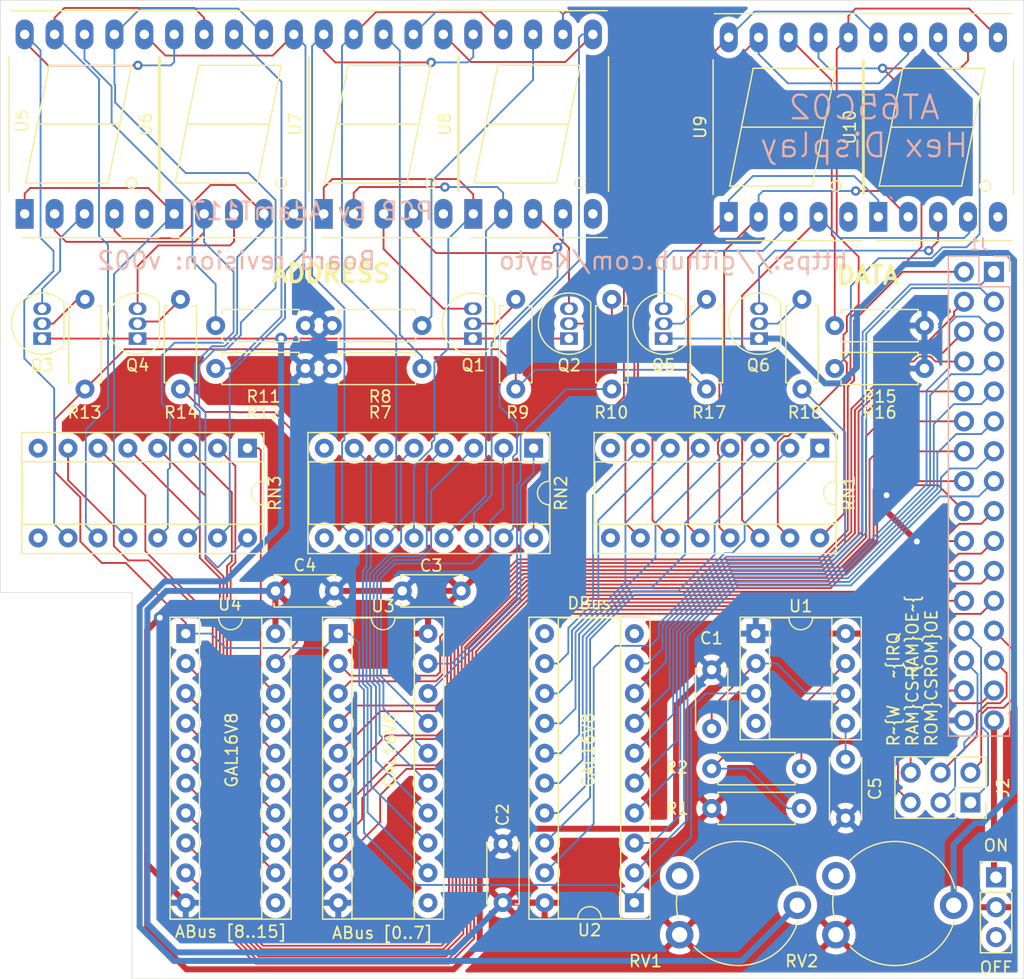
<source format=kicad_pcb>
(kicad_pcb (version 20171130) (host pcbnew "(5.1.9)-1")
  (layers (0 F.Cu signal hide) (31 B.Cu signal hide) (34 B.Paste user) (35 F.Paste user) (36 B.SilkS user) (37 F.SilkS user) (38 B.Mask user) (39 F.Mask user) (44 Edge.Cuts user))
  (net 0 "")
  (net 1 "Net-(C1-Pad1)")
  (net 2 GND)
  (net 3 +5V)
  (net 4 "Net-(Q1-Pad3)")
  (net 5 "Net-(Q1-Pad2)")
  (net 6 "Net-(Q2-Pad2)")
  (net 7 "Net-(Q2-Pad3)")
  (net 8 "Net-(R1-Pad2)")
  (net 9 EN_H)
  (net 10 "Net-(U2-Pad11)")
  (net 11 "Net-(Q3-Pad3)")
  (net 12 "Net-(Q3-Pad2)")
  (net 13 "Net-(Q4-Pad2)")
  (net 14 "Net-(Q4-Pad3)")
  (net 15 "Net-(Q5-Pad2)")
  (net 16 "Net-(Q5-Pad3)")
  (net 17 "Net-(Q6-Pad3)")
  (net 18 "Net-(Q6-Pad2)")
  (net 19 "Net-(R12-Pad2)")
  (net 20 "Net-(RN1-Pad1)")
  (net 21 "Net-(RN1-Pad9)")
  (net 22 "Net-(RN1-Pad2)")
  (net 23 "Net-(RN1-Pad10)")
  (net 24 "Net-(RN1-Pad3)")
  (net 25 "Net-(RN1-Pad11)")
  (net 26 "Net-(RN1-Pad4)")
  (net 27 "Net-(RN1-Pad12)")
  (net 28 "Net-(RN1-Pad5)")
  (net 29 "Net-(RN1-Pad13)")
  (net 30 "Net-(RN1-Pad6)")
  (net 31 "Net-(RN1-Pad14)")
  (net 32 "Net-(RN1-Pad7)")
  (net 33 "Net-(RN1-Pad15)")
  (net 34 "Net-(RN1-Pad8)")
  (net 35 "Net-(RN1-Pad16)")
  (net 36 "Net-(RN2-Pad8)")
  (net 37 "Net-(RN2-Pad7)")
  (net 38 "Net-(RN2-Pad6)")
  (net 39 "Net-(RN2-Pad5)")
  (net 40 "Net-(RN2-Pad4)")
  (net 41 "Net-(RN2-Pad3)")
  (net 42 "Net-(RN2-Pad2)")
  (net 43 "Net-(RN2-Pad9)")
  (net 44 "Net-(RN2-Pad1)")
  (net 45 a0)
  (net 46 a1)
  (net 47 a2)
  (net 48 a3)
  (net 49 a4)
  (net 50 a5)
  (net 51 a6)
  (net 52 a7)
  (net 53 a8)
  (net 54 a9)
  (net 55 a10)
  (net 56 a11)
  (net 57 a12)
  (net 58 a13)
  (net 59 a14)
  (net 60 a15)
  (net 61 d7)
  (net 62 d6)
  (net 63 d5)
  (net 64 d4)
  (net 65 d3)
  (net 66 d2)
  (net 67 d1)
  (net 68 d0)
  (net 69 "Net-(R7-Pad2)")
  (net 70 "Net-(R8-Pad2)")
  (net 71 "Net-(R11-Pad2)")
  (net 72 "Net-(R15-Pad1)")
  (net 73 "Net-(R16-Pad1)")
  (net 74 "Net-(RN2-Pad16)")
  (net 75 "Net-(RN2-Pad15)")
  (net 76 "Net-(RN2-Pad14)")
  (net 77 "Net-(RN2-Pad13)")
  (net 78 "Net-(RN2-Pad12)")
  (net 79 "Net-(RN2-Pad11)")
  (net 80 "Net-(RN2-Pad10)")
  (net 81 "Net-(RN3-Pad1)")
  (net 82 "Net-(RN3-Pad9)")
  (net 83 "Net-(RN3-Pad2)")
  (net 84 "Net-(RN3-Pad10)")
  (net 85 "Net-(RN3-Pad3)")
  (net 86 "Net-(RN3-Pad11)")
  (net 87 "Net-(RN3-Pad4)")
  (net 88 "Net-(RN3-Pad12)")
  (net 89 "Net-(RN3-Pad5)")
  (net 90 "Net-(RN3-Pad13)")
  (net 91 "Net-(RN3-Pad6)")
  (net 92 "Net-(RN3-Pad14)")
  (net 93 "Net-(RN3-Pad7)")
  (net 94 "Net-(RN3-Pad15)")
  (net 95 "Net-(RN3-Pad8)")
  (net 96 "Net-(RN3-Pad16)")
  (net 97 "Net-(U2-Pad10)")
  (net 98 "Net-(U3-Pad11)")
  (net 99 "Net-(U4-Pad11)")
  (net 100 "Net-(U5-Pad5)")
  (net 101 "Net-(U6-Pad5)")
  (net 102 "Net-(U7-Pad5)")
  (net 103 "Net-(U8-Pad5)")
  (net 104 "Net-(U9-Pad5)")
  (net 105 "Net-(U10-Pad5)")
  (net 106 EN_a0L)
  (net 107 EN_a8L)
  (net 108 EN_DL)
  (net 109 "Net-(C5-Pad1)")
  (net 110 "Net-(U1-Pad4)")
  (net 111 "Net-(Q1-Pad1)")
  (net 112 "Net-(Q5-Pad1)")
  (net 113 "Net-(RV1-Pad3)")
  (net 114 "Net-(RV2-Pad3)")
  (net 115 "Net-(J1-Pad31)")
  (net 116 "Net-(J3-Pad3)")
  (net 117 ROM_~OE)
  (net 118 ROM_~CS)
  (net 119 RAM_~OE~)
  (net 120 RAM_~CS)
  (net 121 ~IRQ)
  (net 122 R~W)
  (module Capacitor_THT:C_Disc_D5.0mm_W2.5mm_P5.00mm (layer F.Cu) (at 174.015 87.05 180)
    (fp_text reference C3 (at 2.55 2.15) (layer F.SilkS))
    (fp_text value 100n)
    (pad 2 thru_hole circle (at 5 0 180) (size 1.6 1.6) (drill 0.8) (layers *.Cu *.Mask) (net 2 GND))
    (pad 1 thru_hole circle (at 0 0 180) (size 1.6 1.6) (drill 0.8) (layers *.Cu *.Mask) (net 3 +5V))
  )
  (module Capacitor_THT:C_Disc_D5.0mm_W2.5mm_P5.00mm (layer F.Cu) (at 158.242 87.05)
    (fp_text reference C4 (at 2.498 -2.175) (layer F.SilkS))
    (fp_text value 100n)
    (pad 1 thru_hole circle (at 0 0) (size 1.6 1.6) (drill 0.8) (layers *.Cu *.Mask) (net 3 +5V))
    (pad 2 thru_hole circle (at 5 0) (size 1.6 1.6) (drill 0.8) (layers *.Cu *.Mask) (net 2 GND))
  )
  (module Capacitor_THT:C_Disc_D5.0mm_W2.5mm_P5.00mm (layer F.Cu) (at 177.565 113.525 90)
    (fp_text reference C2 (at 7.462 -0.025 90) (layer F.SilkS))
    (fp_text value 100n)
    (pad 2 thru_hole circle (at 5 0 90) (size 1.6 1.6) (drill 0.8) (layers *.Cu *.Mask) (net 2 GND))
    (pad 1 thru_hole circle (at 0 0 90) (size 1.6 1.6) (drill 0.8) (layers *.Cu *.Mask) (net 3 +5V))
  )
  (module Display_7Segment:7SegmentLED_LTS6760_LTS6780 (layer F.Cu) (at 209.438 55.282 90)
    (fp_text reference U10 (at 7.62 -2.42 90) (layer F.SilkS))
    (fp_text value E10561)
    (pad 10 thru_hole oval (at 15.24 0) (size 1.524 2.524) (drill 0.8) (layers *.Cu *.Mask) (net 23 "Net-(RN1-Pad10)"))
    (pad 9 thru_hole oval (at 15.24 2.54) (size 1.524 2.524) (drill 0.8) (layers *.Cu *.Mask) (net 25 "Net-(RN1-Pad11)"))
    (pad 8 thru_hole oval (at 15.24 5.08) (size 1.524 2.524) (drill 0.8) (layers *.Cu *.Mask) (net 73 "Net-(R16-Pad1)"))
    (pad 7 thru_hole oval (at 15.24 7.62) (size 1.524 2.524) (drill 0.8) (layers *.Cu *.Mask) (net 35 "Net-(RN1-Pad16)"))
    (pad 6 thru_hole oval (at 15.24 10.16) (size 1.524 2.524) (drill 0.8) (layers *.Cu *.Mask) (net 33 "Net-(RN1-Pad15)"))
    (pad 5 thru_hole oval (at 0 10.16) (size 1.524 2.524) (drill 0.8) (layers *.Cu *.Mask) (net 105 "Net-(U10-Pad5)"))
    (pad 4 thru_hole oval (at 0 7.62) (size 1.524 2.524) (drill 0.8) (layers *.Cu *.Mask) (net 31 "Net-(RN1-Pad14)"))
    (pad 3 thru_hole oval (at 0 5.08) (size 1.524 2.524) (drill 0.8) (layers *.Cu *.Mask) (net 17 "Net-(Q6-Pad3)"))
    (pad 2 thru_hole oval (at 0 2.54) (size 1.524 2.524) (drill 0.8) (layers *.Cu *.Mask) (net 29 "Net-(RN1-Pad13)"))
    (pad 1 thru_hole rect (at 0 0) (size 1.524 2.524) (drill 0.8) (layers *.Cu *.Mask) (net 27 "Net-(RN1-Pad12)"))
  )
  (module Capacitor_THT:C_Disc_D5.0mm_W2.5mm_P5.00mm (layer F.Cu) (at 195.29 98.75 90)
    (fp_text reference C1 (at 7.675 -0.025 180) (layer F.SilkS))
    (fp_text value 0.01uF)
    (pad 1 thru_hole circle (at 0 0 90) (size 1.6 1.6) (drill 0.8) (layers *.Cu *.Mask) (net 1 "Net-(C1-Pad1)"))
    (pad 2 thru_hole circle (at 5 0 90) (size 1.6 1.6) (drill 0.8) (layers *.Cu *.Mask) (net 2 GND))
  )
  (module Package_TO_SOT_THT:TO-92_Inline (layer F.Cu) (at 175.006 65.62 90)
    (fp_text reference Q1 (at -2.27 0.02 180) (layer F.SilkS))
    (fp_text value BC557)
    (pad 1 thru_hole rect (at 0 0 90) (size 1.05 1.5) (drill 0.75) (layers *.Cu *.Mask) (net 111 "Net-(Q1-Pad1)"))
    (pad 3 thru_hole oval (at 2.54 0 90) (size 1.05 1.5) (drill 0.75) (layers *.Cu *.Mask) (net 4 "Net-(Q1-Pad3)"))
    (pad 2 thru_hole oval (at 1.27 0 90) (size 1.05 1.5) (drill 0.75) (layers *.Cu *.Mask) (net 5 "Net-(Q1-Pad2)"))
  )
  (module Package_TO_SOT_THT:TO-92_Inline (layer F.Cu) (at 183.166 65.62 90)
    (fp_text reference Q2 (at -2.27 0.02 180) (layer F.SilkS))
    (fp_text value BC557)
    (pad 2 thru_hole oval (at 1.27 0 90) (size 1.05 1.5) (drill 0.75) (layers *.Cu *.Mask) (net 6 "Net-(Q2-Pad2)"))
    (pad 3 thru_hole oval (at 2.54 0 90) (size 1.05 1.5) (drill 0.75) (layers *.Cu *.Mask) (net 7 "Net-(Q2-Pad3)"))
    (pad 1 thru_hole rect (at 0 0 90) (size 1.05 1.5) (drill 0.75) (layers *.Cu *.Mask) (net 111 "Net-(Q1-Pad1)"))
  )
  (module Resistor_THT:R_Axial_DIN0207_L6.3mm_D2.5mm_P7.62mm_Horizontal (layer F.Cu) (at 195.29 105.525)
    (fp_text reference R1 (at -2.925 0.025) (layer F.SilkS))
    (fp_text value 1k)
    (pad 2 thru_hole oval (at 7.62 0) (size 1.6 1.6) (drill 0.8) (layers *.Cu *.Mask) (net 8 "Net-(R1-Pad2)"))
    (pad 1 thru_hole circle (at 0 0) (size 1.6 1.6) (drill 0.8) (layers *.Cu *.Mask) (net 3 +5V))
  )
  (module Resistor_THT:R_Axial_DIN0207_L6.3mm_D2.5mm_P7.62mm_Horizontal (layer F.Cu) (at 195.29 102.15)
    (fp_text reference R2 (at -2.975 -0.1) (layer F.SilkS))
    (fp_text value 100k)
    (pad 1 thru_hole circle (at 0 0) (size 1.6 1.6) (drill 0.8) (layers *.Cu *.Mask) (net 8 "Net-(R1-Pad2)"))
    (pad 2 thru_hole oval (at 7.62 0) (size 1.6 1.6) (drill 0.8) (layers *.Cu *.Mask) (net 1 "Net-(C1-Pad1)"))
  )
  (module Resistor_THT:R_Axial_DIN0207_L6.3mm_D2.5mm_P7.62mm_Horizontal (layer F.Cu) (at 186.806 62.29 270)
    (fp_text reference R10 (at 9.61 0.04 180) (layer F.SilkS))
    (fp_text value 4k7)
    (pad 1 thru_hole circle (at 0 0 270) (size 1.6 1.6) (drill 0.8) (layers *.Cu *.Mask) (net 6 "Net-(Q2-Pad2)"))
    (pad 2 thru_hole oval (at 7.62 0 270) (size 1.6 1.6) (drill 0.8) (layers *.Cu *.Mask) (net 106 EN_a0L))
  )
  (module Resistor_THT:R_Axial_DIN0207_L6.3mm_D2.5mm_P7.62mm_Horizontal (layer F.Cu) (at 160.782 64.52 180)
    (fp_text reference R11 (at 3.556 -6.026) (layer F.SilkS))
    (fp_text value 4k7)
    (pad 2 thru_hole oval (at 7.62 0 180) (size 1.6 1.6) (drill 0.8) (layers *.Cu *.Mask) (net 71 "Net-(R11-Pad2)"))
    (pad 1 thru_hole circle (at 0 0 180) (size 1.6 1.6) (drill 0.8) (layers *.Cu *.Mask) (net 2 GND))
  )
  (module Package_DIP:DIP-20_W7.62mm_Socket (layer F.Cu) (at 188.722 113.538 180)
    (fp_text reference U2 (at 3.81 -2.33) (layer F.SilkS))
    (fp_text value GAL16V8)
    (pad 1 thru_hole rect (at 0 0 180) (size 1.6 1.6) (drill 0.8) (layers *.Cu *.Mask) (net 9 EN_H))
    (pad 11 thru_hole oval (at 7.62 22.86 180) (size 1.6 1.6) (drill 0.8) (layers *.Cu *.Mask) (net 10 "Net-(U2-Pad11)"))
    (pad 2 thru_hole oval (at 0 2.54 180) (size 1.6 1.6) (drill 0.8) (layers *.Cu *.Mask) (net 61 d7))
    (pad 12 thru_hole oval (at 7.62 20.32 180) (size 1.6 1.6) (drill 0.8) (layers *.Cu *.Mask) (net 32 "Net-(RN1-Pad7)"))
    (pad 3 thru_hole oval (at 0 5.08 180) (size 1.6 1.6) (drill 0.8) (layers *.Cu *.Mask) (net 62 d6))
    (pad 13 thru_hole oval (at 7.62 17.78 180) (size 1.6 1.6) (drill 0.8) (layers *.Cu *.Mask) (net 30 "Net-(RN1-Pad6)"))
    (pad 4 thru_hole oval (at 0 7.62 180) (size 1.6 1.6) (drill 0.8) (layers *.Cu *.Mask) (net 63 d5))
    (pad 14 thru_hole oval (at 7.62 15.24 180) (size 1.6 1.6) (drill 0.8) (layers *.Cu *.Mask) (net 28 "Net-(RN1-Pad5)"))
    (pad 5 thru_hole oval (at 0 10.16 180) (size 1.6 1.6) (drill 0.8) (layers *.Cu *.Mask) (net 64 d4))
    (pad 15 thru_hole oval (at 7.62 12.7 180) (size 1.6 1.6) (drill 0.8) (layers *.Cu *.Mask) (net 26 "Net-(RN1-Pad4)"))
    (pad 6 thru_hole oval (at 0 12.7 180) (size 1.6 1.6) (drill 0.8) (layers *.Cu *.Mask) (net 65 d3))
    (pad 16 thru_hole oval (at 7.62 10.16 180) (size 1.6 1.6) (drill 0.8) (layers *.Cu *.Mask) (net 24 "Net-(RN1-Pad3)"))
    (pad 7 thru_hole oval (at 0 15.24 180) (size 1.6 1.6) (drill 0.8) (layers *.Cu *.Mask) (net 66 d2))
    (pad 17 thru_hole oval (at 7.62 7.62 180) (size 1.6 1.6) (drill 0.8) (layers *.Cu *.Mask) (net 22 "Net-(RN1-Pad2)"))
    (pad 8 thru_hole oval (at 0 17.78 180) (size 1.6 1.6) (drill 0.8) (layers *.Cu *.Mask) (net 67 d1))
    (pad 18 thru_hole oval (at 7.62 5.08 180) (size 1.6 1.6) (drill 0.8) (layers *.Cu *.Mask) (net 20 "Net-(RN1-Pad1)"))
    (pad 9 thru_hole oval (at 0 20.32 180) (size 1.6 1.6) (drill 0.8) (layers *.Cu *.Mask) (net 68 d0))
    (pad 19 thru_hole oval (at 7.62 2.54 180) (size 1.6 1.6) (drill 0.8) (layers *.Cu *.Mask) (net 108 EN_DL))
    (pad 10 thru_hole oval (at 0 22.86 180) (size 1.6 1.6) (drill 0.8) (layers *.Cu *.Mask) (net 97 "Net-(U2-Pad10)"))
    (pad 20 thru_hole oval (at 7.62 0 180) (size 1.6 1.6) (drill 0.8) (layers *.Cu *.Mask) (net 3 +5V))
  )
  (module Package_DIP:DIP-8_W7.62mm_Socket (layer F.Cu) (at 199.04 90.678)
    (fp_text reference U1 (at 3.81 -2.33) (layer F.SilkS))
    (fp_text value NE555P)
    (pad 1 thru_hole rect (at 0 0) (size 1.6 1.6) (drill 0.8) (layers *.Cu *.Mask) (net 2 GND))
    (pad 5 thru_hole oval (at 7.62 7.62) (size 1.6 1.6) (drill 0.8) (layers *.Cu *.Mask) (net 109 "Net-(C5-Pad1)"))
    (pad 2 thru_hole oval (at 0 2.54) (size 1.6 1.6) (drill 0.8) (layers *.Cu *.Mask) (net 1 "Net-(C1-Pad1)"))
    (pad 6 thru_hole oval (at 7.62 5.08) (size 1.6 1.6) (drill 0.8) (layers *.Cu *.Mask) (net 1 "Net-(C1-Pad1)"))
    (pad 3 thru_hole oval (at 0 5.08) (size 1.6 1.6) (drill 0.8) (layers *.Cu *.Mask) (net 9 EN_H))
    (pad 7 thru_hole oval (at 7.62 2.54) (size 1.6 1.6) (drill 0.8) (layers *.Cu *.Mask) (net 8 "Net-(R1-Pad2)"))
    (pad 4 thru_hole oval (at 0 7.62) (size 1.6 1.6) (drill 0.8) (layers *.Cu *.Mask) (net 110 "Net-(U1-Pad4)"))
    (pad 8 thru_hole oval (at 7.62 0) (size 1.6 1.6) (drill 0.8) (layers *.Cu *.Mask) (net 3 +5V))
  )
  (module Package_TO_SOT_THT:TO-92_Inline (layer F.Cu) (at 138.424 65.62 90)
    (fp_text reference Q3 (at -2.27 0 180) (layer F.SilkS))
    (fp_text value BC557)
    (pad 1 thru_hole rect (at 0 0 90) (size 1.05 1.5) (drill 0.75) (layers *.Cu *.Mask) (net 111 "Net-(Q1-Pad1)"))
    (pad 3 thru_hole oval (at 2.54 0 90) (size 1.05 1.5) (drill 0.75) (layers *.Cu *.Mask) (net 11 "Net-(Q3-Pad3)"))
    (pad 2 thru_hole oval (at 1.27 0 90) (size 1.05 1.5) (drill 0.75) (layers *.Cu *.Mask) (net 12 "Net-(Q3-Pad2)"))
  )
  (module Package_TO_SOT_THT:TO-92_Inline (layer F.Cu) (at 146.529333 65.62 90)
    (fp_text reference Q4 (at -2.27 0 180) (layer F.SilkS))
    (fp_text value BC557)
    (pad 2 thru_hole oval (at 1.27 0 90) (size 1.05 1.5) (drill 0.75) (layers *.Cu *.Mask) (net 13 "Net-(Q4-Pad2)"))
    (pad 3 thru_hole oval (at 2.54 0 90) (size 1.05 1.5) (drill 0.75) (layers *.Cu *.Mask) (net 14 "Net-(Q4-Pad3)"))
    (pad 1 thru_hole rect (at 0 0 90) (size 1.05 1.5) (drill 0.75) (layers *.Cu *.Mask) (net 111 "Net-(Q1-Pad1)"))
  )
  (module Package_TO_SOT_THT:TO-92_Inline (layer F.Cu) (at 191.210666 65.62 90)
    (fp_text reference Q5 (at -2.27 0 180) (layer F.SilkS))
    (fp_text value BC557)
    (pad 2 thru_hole oval (at 1.27 0 90) (size 1.05 1.5) (drill 0.75) (layers *.Cu *.Mask) (net 15 "Net-(Q5-Pad2)"))
    (pad 3 thru_hole oval (at 2.54 0 90) (size 1.05 1.5) (drill 0.75) (layers *.Cu *.Mask) (net 16 "Net-(Q5-Pad3)"))
    (pad 1 thru_hole rect (at 0 0 90) (size 1.05 1.5) (drill 0.75) (layers *.Cu *.Mask) (net 112 "Net-(Q5-Pad1)"))
  )
  (module Package_TO_SOT_THT:TO-92_Inline (layer F.Cu) (at 199.316 65.62 90)
    (fp_text reference Q6 (at -2.27 -0.06 180) (layer F.SilkS))
    (fp_text value BC557)
    (pad 1 thru_hole rect (at 0 0 90) (size 1.05 1.5) (drill 0.75) (layers *.Cu *.Mask) (net 112 "Net-(Q5-Pad1)"))
    (pad 3 thru_hole oval (at 2.54 0 90) (size 1.05 1.5) (drill 0.75) (layers *.Cu *.Mask) (net 17 "Net-(Q6-Pad3)"))
    (pad 2 thru_hole oval (at 1.27 0 90) (size 1.05 1.5) (drill 0.75) (layers *.Cu *.Mask) (net 18 "Net-(Q6-Pad2)"))
  )
  (module Resistor_THT:R_Axial_DIN0207_L6.3mm_D2.5mm_P7.62mm_Horizontal (layer F.Cu) (at 160.782 68.16 180)
    (fp_text reference R12 (at 3.556 -3.74) (layer F.SilkS))
    (fp_text value 4k7)
    (pad 1 thru_hole circle (at 0 0 180) (size 1.6 1.6) (drill 0.8) (layers *.Cu *.Mask) (net 2 GND))
    (pad 2 thru_hole oval (at 7.62 0 180) (size 1.6 1.6) (drill 0.8) (layers *.Cu *.Mask) (net 19 "Net-(R12-Pad2)"))
  )
  (module Resistor_THT:R_Axial_DIN0207_L6.3mm_D2.5mm_P7.62mm_Horizontal (layer F.Cu) (at 142.064 62.29 270)
    (fp_text reference R13 (at 9.61 0.033333 180) (layer F.SilkS))
    (fp_text value 4k7)
    (pad 1 thru_hole circle (at 0 0 270) (size 1.6 1.6) (drill 0.8) (layers *.Cu *.Mask) (net 12 "Net-(Q3-Pad2)"))
    (pad 2 thru_hole oval (at 7.62 0 270) (size 1.6 1.6) (drill 0.8) (layers *.Cu *.Mask) (net 9 EN_H))
  )
  (module Resistor_THT:R_Axial_DIN0207_L6.3mm_D2.5mm_P7.62mm_Horizontal (layer F.Cu) (at 150.169333 62.29 270)
    (fp_text reference R14 (at 9.61 -0.063334 180) (layer F.SilkS))
    (fp_text value 4k7)
    (pad 2 thru_hole oval (at 7.62 0 270) (size 1.6 1.6) (drill 0.8) (layers *.Cu *.Mask) (net 107 EN_a8L))
    (pad 1 thru_hole circle (at 0 0 270) (size 1.6 1.6) (drill 0.8) (layers *.Cu *.Mask) (net 13 "Net-(Q4-Pad2)"))
  )
  (module Resistor_THT:R_Axial_DIN0207_L6.3mm_D2.5mm_P7.62mm_Horizontal (layer F.Cu) (at 205.74 64.52)
    (fp_text reference R15 (at 3.81 6.026) (layer F.SilkS))
    (fp_text value 2k2)
    (pad 2 thru_hole oval (at 7.62 0) (size 1.6 1.6) (drill 0.8) (layers *.Cu *.Mask) (net 2 GND))
    (pad 1 thru_hole circle (at 0 0) (size 1.6 1.6) (drill 0.8) (layers *.Cu *.Mask) (net 72 "Net-(R15-Pad1)"))
  )
  (module Package_DIP:DIP-16_W7.62mm_Socket (layer F.Cu) (at 204.47 74.93 270)
    (fp_text reference RN1 (at 3.82 -2.445 90) (layer F.SilkS))
    (fp_text value 100)
    (pad 1 thru_hole rect (at 0 0 270) (size 1.6 1.6) (drill 0.8) (layers *.Cu *.Mask) (net 20 "Net-(RN1-Pad1)"))
    (pad 9 thru_hole oval (at 7.62 17.78 270) (size 1.6 1.6) (drill 0.8) (layers *.Cu *.Mask) (net 21 "Net-(RN1-Pad9)"))
    (pad 2 thru_hole oval (at 0 2.54 270) (size 1.6 1.6) (drill 0.8) (layers *.Cu *.Mask) (net 22 "Net-(RN1-Pad2)"))
    (pad 10 thru_hole oval (at 7.62 15.24 270) (size 1.6 1.6) (drill 0.8) (layers *.Cu *.Mask) (net 23 "Net-(RN1-Pad10)"))
    (pad 3 thru_hole oval (at 0 5.08 270) (size 1.6 1.6) (drill 0.8) (layers *.Cu *.Mask) (net 24 "Net-(RN1-Pad3)"))
    (pad 11 thru_hole oval (at 7.62 12.7 270) (size 1.6 1.6) (drill 0.8) (layers *.Cu *.Mask) (net 25 "Net-(RN1-Pad11)"))
    (pad 4 thru_hole oval (at 0 7.62 270) (size 1.6 1.6) (drill 0.8) (layers *.Cu *.Mask) (net 26 "Net-(RN1-Pad4)"))
    (pad 12 thru_hole oval (at 7.62 10.16 270) (size 1.6 1.6) (drill 0.8) (layers *.Cu *.Mask) (net 27 "Net-(RN1-Pad12)"))
    (pad 5 thru_hole oval (at 0 10.16 270) (size 1.6 1.6) (drill 0.8) (layers *.Cu *.Mask) (net 28 "Net-(RN1-Pad5)"))
    (pad 13 thru_hole oval (at 7.62 7.62 270) (size 1.6 1.6) (drill 0.8) (layers *.Cu *.Mask) (net 29 "Net-(RN1-Pad13)"))
    (pad 6 thru_hole oval (at 0 12.7 270) (size 1.6 1.6) (drill 0.8) (layers *.Cu *.Mask) (net 30 "Net-(RN1-Pad6)"))
    (pad 14 thru_hole oval (at 7.62 5.08 270) (size 1.6 1.6) (drill 0.8) (layers *.Cu *.Mask) (net 31 "Net-(RN1-Pad14)"))
    (pad 7 thru_hole oval (at 0 15.24 270) (size 1.6 1.6) (drill 0.8) (layers *.Cu *.Mask) (net 32 "Net-(RN1-Pad7)"))
    (pad 15 thru_hole oval (at 7.62 2.54 270) (size 1.6 1.6) (drill 0.8) (layers *.Cu *.Mask) (net 33 "Net-(RN1-Pad15)"))
    (pad 8 thru_hole oval (at 0 17.78 270) (size 1.6 1.6) (drill 0.8) (layers *.Cu *.Mask) (net 34 "Net-(RN1-Pad8)"))
    (pad 16 thru_hole oval (at 7.62 0 270) (size 1.6 1.6) (drill 0.8) (layers *.Cu *.Mask) (net 35 "Net-(RN1-Pad16)"))
  )
  (module Package_DIP:DIP-16_W7.62mm_Socket (layer F.Cu) (at 180.167 74.93 270)
    (fp_text reference RN2 (at 3.82 -2.33 90) (layer F.SilkS))
    (fp_text value 100)
    (pad 16 thru_hole oval (at 7.62 0 270) (size 1.6 1.6) (drill 0.8) (layers *.Cu *.Mask) (net 74 "Net-(RN2-Pad16)"))
    (pad 8 thru_hole oval (at 0 17.78 270) (size 1.6 1.6) (drill 0.8) (layers *.Cu *.Mask) (net 36 "Net-(RN2-Pad8)"))
    (pad 15 thru_hole oval (at 7.62 2.54 270) (size 1.6 1.6) (drill 0.8) (layers *.Cu *.Mask) (net 75 "Net-(RN2-Pad15)"))
    (pad 7 thru_hole oval (at 0 15.24 270) (size 1.6 1.6) (drill 0.8) (layers *.Cu *.Mask) (net 37 "Net-(RN2-Pad7)"))
    (pad 14 thru_hole oval (at 7.62 5.08 270) (size 1.6 1.6) (drill 0.8) (layers *.Cu *.Mask) (net 76 "Net-(RN2-Pad14)"))
    (pad 6 thru_hole oval (at 0 12.7 270) (size 1.6 1.6) (drill 0.8) (layers *.Cu *.Mask) (net 38 "Net-(RN2-Pad6)"))
    (pad 13 thru_hole oval (at 7.62 7.62 270) (size 1.6 1.6) (drill 0.8) (layers *.Cu *.Mask) (net 77 "Net-(RN2-Pad13)"))
    (pad 5 thru_hole oval (at 0 10.16 270) (size 1.6 1.6) (drill 0.8) (layers *.Cu *.Mask) (net 39 "Net-(RN2-Pad5)"))
    (pad 12 thru_hole oval (at 7.62 10.16 270) (size 1.6 1.6) (drill 0.8) (layers *.Cu *.Mask) (net 78 "Net-(RN2-Pad12)"))
    (pad 4 thru_hole oval (at 0 7.62 270) (size 1.6 1.6) (drill 0.8) (layers *.Cu *.Mask) (net 40 "Net-(RN2-Pad4)"))
    (pad 11 thru_hole oval (at 7.62 12.7 270) (size 1.6 1.6) (drill 0.8) (layers *.Cu *.Mask) (net 79 "Net-(RN2-Pad11)"))
    (pad 3 thru_hole oval (at 0 5.08 270) (size 1.6 1.6) (drill 0.8) (layers *.Cu *.Mask) (net 41 "Net-(RN2-Pad3)"))
    (pad 10 thru_hole oval (at 7.62 15.24 270) (size 1.6 1.6) (drill 0.8) (layers *.Cu *.Mask) (net 80 "Net-(RN2-Pad10)"))
    (pad 2 thru_hole oval (at 0 2.54 270) (size 1.6 1.6) (drill 0.8) (layers *.Cu *.Mask) (net 42 "Net-(RN2-Pad2)"))
    (pad 9 thru_hole oval (at 7.62 17.78 270) (size 1.6 1.6) (drill 0.8) (layers *.Cu *.Mask) (net 43 "Net-(RN2-Pad9)"))
    (pad 1 thru_hole rect (at 0 0 270) (size 1.6 1.6) (drill 0.8) (layers *.Cu *.Mask) (net 44 "Net-(RN2-Pad1)"))
  )
  (module Resistor_THT:R_Axial_DIN0207_L6.3mm_D2.5mm_P7.62mm_Horizontal (layer F.Cu) (at 163.068 68.16)
    (fp_text reference R7 (at 4.064 3.74) (layer F.SilkS))
    (fp_text value 4k7)
    (pad 2 thru_hole oval (at 7.62 0) (size 1.6 1.6) (drill 0.8) (layers *.Cu *.Mask) (net 69 "Net-(R7-Pad2)"))
    (pad 1 thru_hole circle (at 0 0) (size 1.6 1.6) (drill 0.8) (layers *.Cu *.Mask) (net 2 GND))
  )
  (module Resistor_THT:R_Axial_DIN0207_L6.3mm_D2.5mm_P7.62mm_Horizontal (layer F.Cu) (at 163.068 64.52)
    (fp_text reference R8 (at 4.064 6.026) (layer F.SilkS))
    (fp_text value 4k7)
    (pad 2 thru_hole oval (at 7.62 0) (size 1.6 1.6) (drill 0.8) (layers *.Cu *.Mask) (net 70 "Net-(R8-Pad2)"))
    (pad 1 thru_hole circle (at 0 0) (size 1.6 1.6) (drill 0.8) (layers *.Cu *.Mask) (net 2 GND))
  )
  (module Resistor_THT:R_Axial_DIN0207_L6.3mm_D2.5mm_P7.62mm_Horizontal (layer F.Cu) (at 178.646 62.29 270)
    (fp_text reference R9 (at 9.61 -0.17 180) (layer F.SilkS))
    (fp_text value 4k7)
    (pad 2 thru_hole oval (at 7.62 0 270) (size 1.6 1.6) (drill 0.8) (layers *.Cu *.Mask) (net 9 EN_H))
    (pad 1 thru_hole circle (at 0 0 270) (size 1.6 1.6) (drill 0.8) (layers *.Cu *.Mask) (net 5 "Net-(Q1-Pad2)"))
  )
  (module Resistor_THT:R_Axial_DIN0207_L6.3mm_D2.5mm_P7.62mm_Horizontal (layer F.Cu) (at 205.74 68.16)
    (fp_text reference R16 (at 3.81 3.74) (layer F.SilkS))
    (fp_text value 2k2)
    (pad 1 thru_hole circle (at 0 0) (size 1.6 1.6) (drill 0.8) (layers *.Cu *.Mask) (net 73 "Net-(R16-Pad1)"))
    (pad 2 thru_hole oval (at 7.62 0) (size 1.6 1.6) (drill 0.8) (layers *.Cu *.Mask) (net 2 GND))
  )
  (module Resistor_THT:R_Axial_DIN0207_L6.3mm_D2.5mm_P7.62mm_Horizontal (layer F.Cu) (at 194.850666 62.29 270)
    (fp_text reference R17 (at 9.61 -0.221334) (layer F.SilkS))
    (fp_text value 4k7)
    (pad 1 thru_hole circle (at 0 0 270) (size 1.6 1.6) (drill 0.8) (layers *.Cu *.Mask) (net 15 "Net-(Q5-Pad2)"))
    (pad 2 thru_hole oval (at 7.62 0 270) (size 1.6 1.6) (drill 0.8) (layers *.Cu *.Mask) (net 9 EN_H))
  )
  (module Resistor_THT:R_Axial_DIN0207_L6.3mm_D2.5mm_P7.62mm_Horizontal (layer F.Cu) (at 202.956 62.29 270)
    (fp_text reference R18 (at 9.61 -0.244 180) (layer F.SilkS))
    (fp_text value 2k2)
    (pad 1 thru_hole circle (at 0 0 270) (size 1.6 1.6) (drill 0.8) (layers *.Cu *.Mask) (net 18 "Net-(Q6-Pad2)"))
    (pad 2 thru_hole oval (at 7.62 0 270) (size 1.6 1.6) (drill 0.8) (layers *.Cu *.Mask) (net 108 EN_DL))
  )
  (module Package_DIP:DIP-16_W7.62mm_Socket (layer F.Cu) (at 155.864 74.93 270)
    (fp_text reference RN3 (at 3.82 -2.33 90) (layer F.SilkS))
    (fp_text value 100)
    (pad 1 thru_hole rect (at 0 0 270) (size 1.6 1.6) (drill 0.8) (layers *.Cu *.Mask) (net 81 "Net-(RN3-Pad1)"))
    (pad 9 thru_hole oval (at 7.62 17.78 270) (size 1.6 1.6) (drill 0.8) (layers *.Cu *.Mask) (net 82 "Net-(RN3-Pad9)"))
    (pad 2 thru_hole oval (at 0 2.54 270) (size 1.6 1.6) (drill 0.8) (layers *.Cu *.Mask) (net 83 "Net-(RN3-Pad2)"))
    (pad 10 thru_hole oval (at 7.62 15.24 270) (size 1.6 1.6) (drill 0.8) (layers *.Cu *.Mask) (net 84 "Net-(RN3-Pad10)"))
    (pad 3 thru_hole oval (at 0 5.08 270) (size 1.6 1.6) (drill 0.8) (layers *.Cu *.Mask) (net 85 "Net-(RN3-Pad3)"))
    (pad 11 thru_hole oval (at 7.62 12.7 270) (size 1.6 1.6) (drill 0.8) (layers *.Cu *.Mask) (net 86 "Net-(RN3-Pad11)"))
    (pad 4 thru_hole oval (at 0 7.62 270) (size 1.6 1.6) (drill 0.8) (layers *.Cu *.Mask) (net 87 "Net-(RN3-Pad4)"))
    (pad 12 thru_hole oval (at 7.62 10.16 270) (size 1.6 1.6) (drill 0.8) (layers *.Cu *.Mask) (net 88 "Net-(RN3-Pad12)"))
    (pad 5 thru_hole oval (at 0 10.16 270) (size 1.6 1.6) (drill 0.8) (layers *.Cu *.Mask) (net 89 "Net-(RN3-Pad5)"))
    (pad 13 thru_hole oval (at 7.62 7.62 270) (size 1.6 1.6) (drill 0.8) (layers *.Cu *.Mask) (net 90 "Net-(RN3-Pad13)"))
    (pad 6 thru_hole oval (at 0 12.7 270) (size 1.6 1.6) (drill 0.8) (layers *.Cu *.Mask) (net 91 "Net-(RN3-Pad6)"))
    (pad 14 thru_hole oval (at 7.62 5.08 270) (size 1.6 1.6) (drill 0.8) (layers *.Cu *.Mask) (net 92 "Net-(RN3-Pad14)"))
    (pad 7 thru_hole oval (at 0 15.24 270) (size 1.6 1.6) (drill 0.8) (layers *.Cu *.Mask) (net 93 "Net-(RN3-Pad7)"))
    (pad 15 thru_hole oval (at 7.62 2.54 270) (size 1.6 1.6) (drill 0.8) (layers *.Cu *.Mask) (net 94 "Net-(RN3-Pad15)"))
    (pad 8 thru_hole oval (at 0 17.78 270) (size 1.6 1.6) (drill 0.8) (layers *.Cu *.Mask) (net 95 "Net-(RN3-Pad8)"))
    (pad 16 thru_hole oval (at 7.62 0 270) (size 1.6 1.6) (drill 0.8) (layers *.Cu *.Mask) (net 96 "Net-(RN3-Pad16)"))
  )
  (module Package_DIP:DIP-20_W7.62mm_Socket (layer F.Cu) (at 163.576 90.678)
    (fp_text reference U3 (at 3.81 -2.33) (layer F.SilkS))
    (fp_text value GAL16V8)
    (pad 1 thru_hole rect (at 0 0) (size 1.6 1.6) (drill 0.8) (layers *.Cu *.Mask) (net 9 EN_H))
    (pad 11 thru_hole oval (at 7.62 22.86) (size 1.6 1.6) (drill 0.8) (layers *.Cu *.Mask) (net 98 "Net-(U3-Pad11)"))
    (pad 2 thru_hole oval (at 0 2.54) (size 1.6 1.6) (drill 0.8) (layers *.Cu *.Mask) (net 45 a0))
    (pad 12 thru_hole oval (at 7.62 20.32) (size 1.6 1.6) (drill 0.8) (layers *.Cu *.Mask) (net 37 "Net-(RN2-Pad7)"))
    (pad 3 thru_hole oval (at 0 5.08) (size 1.6 1.6) (drill 0.8) (layers *.Cu *.Mask) (net 46 a1))
    (pad 13 thru_hole oval (at 7.62 17.78) (size 1.6 1.6) (drill 0.8) (layers *.Cu *.Mask) (net 38 "Net-(RN2-Pad6)"))
    (pad 4 thru_hole oval (at 0 7.62) (size 1.6 1.6) (drill 0.8) (layers *.Cu *.Mask) (net 47 a2))
    (pad 14 thru_hole oval (at 7.62 15.24) (size 1.6 1.6) (drill 0.8) (layers *.Cu *.Mask) (net 39 "Net-(RN2-Pad5)"))
    (pad 5 thru_hole oval (at 0 10.16) (size 1.6 1.6) (drill 0.8) (layers *.Cu *.Mask) (net 48 a3))
    (pad 15 thru_hole oval (at 7.62 12.7) (size 1.6 1.6) (drill 0.8) (layers *.Cu *.Mask) (net 40 "Net-(RN2-Pad4)"))
    (pad 6 thru_hole oval (at 0 12.7) (size 1.6 1.6) (drill 0.8) (layers *.Cu *.Mask) (net 49 a4))
    (pad 16 thru_hole oval (at 7.62 10.16) (size 1.6 1.6) (drill 0.8) (layers *.Cu *.Mask) (net 41 "Net-(RN2-Pad3)"))
    (pad 7 thru_hole oval (at 0 15.24) (size 1.6 1.6) (drill 0.8) (layers *.Cu *.Mask) (net 50 a5))
    (pad 17 thru_hole oval (at 7.62 7.62) (size 1.6 1.6) (drill 0.8) (layers *.Cu *.Mask) (net 42 "Net-(RN2-Pad2)"))
    (pad 8 thru_hole oval (at 0 17.78) (size 1.6 1.6) (drill 0.8) (layers *.Cu *.Mask) (net 51 a6))
    (pad 18 thru_hole oval (at 7.62 5.08) (size 1.6 1.6) (drill 0.8) (layers *.Cu *.Mask) (net 44 "Net-(RN2-Pad1)"))
    (pad 9 thru_hole oval (at 0 20.32) (size 1.6 1.6) (drill 0.8) (layers *.Cu *.Mask) (net 52 a7))
    (pad 19 thru_hole oval (at 7.62 2.54) (size 1.6 1.6) (drill 0.8) (layers *.Cu *.Mask) (net 106 EN_a0L))
    (pad 10 thru_hole oval (at 0 22.86) (size 1.6 1.6) (drill 0.8) (layers *.Cu *.Mask) (net 2 GND))
    (pad 20 thru_hole oval (at 7.62 0) (size 1.6 1.6) (drill 0.8) (layers *.Cu *.Mask) (net 3 +5V))
  )
  (module Package_DIP:DIP-20_W7.62mm_Socket (layer F.Cu) (at 150.622 90.678)
    (fp_text reference U4 (at 3.743 -2.478) (layer F.SilkS))
    (fp_text value GAL16V8)
    (pad 20 thru_hole oval (at 7.62 0) (size 1.6 1.6) (drill 0.8) (layers *.Cu *.Mask) (net 3 +5V))
    (pad 10 thru_hole oval (at 0 22.86) (size 1.6 1.6) (drill 0.8) (layers *.Cu *.Mask) (net 2 GND))
    (pad 19 thru_hole oval (at 7.62 2.54) (size 1.6 1.6) (drill 0.8) (layers *.Cu *.Mask) (net 107 EN_a8L))
    (pad 9 thru_hole oval (at 0 20.32) (size 1.6 1.6) (drill 0.8) (layers *.Cu *.Mask) (net 60 a15))
    (pad 18 thru_hole oval (at 7.62 5.08) (size 1.6 1.6) (drill 0.8) (layers *.Cu *.Mask) (net 81 "Net-(RN3-Pad1)"))
    (pad 8 thru_hole oval (at 0 17.78) (size 1.6 1.6) (drill 0.8) (layers *.Cu *.Mask) (net 59 a14))
    (pad 17 thru_hole oval (at 7.62 7.62) (size 1.6 1.6) (drill 0.8) (layers *.Cu *.Mask) (net 83 "Net-(RN3-Pad2)"))
    (pad 7 thru_hole oval (at 0 15.24) (size 1.6 1.6) (drill 0.8) (layers *.Cu *.Mask) (net 58 a13))
    (pad 16 thru_hole oval (at 7.62 10.16) (size 1.6 1.6) (drill 0.8) (layers *.Cu *.Mask) (net 85 "Net-(RN3-Pad3)"))
    (pad 6 thru_hole oval (at 0 12.7) (size 1.6 1.6) (drill 0.8) (layers *.Cu *.Mask) (net 57 a12))
    (pad 15 thru_hole oval (at 7.62 12.7) (size 1.6 1.6) (drill 0.8) (layers *.Cu *.Mask) (net 87 "Net-(RN3-Pad4)"))
    (pad 5 thru_hole oval (at 0 10.16) (size 1.6 1.6) (drill 0.8) (layers *.Cu *.Mask) (net 56 a11))
    (pad 14 thru_hole oval (at 7.62 15.24) (size 1.6 1.6) (drill 0.8) (layers *.Cu *.Mask) (net 89 "Net-(RN3-Pad5)"))
    (pad 4 thru_hole oval (at 0 7.62) (size 1.6 1.6) (drill 0.8) (layers *.Cu *.Mask) (net 55 a10))
    (pad 13 thru_hole oval (at 7.62 17.78) (size 1.6 1.6) (drill 0.8) (layers *.Cu *.Mask) (net 91 "Net-(RN3-Pad6)"))
    (pad 3 thru_hole oval (at 0 5.08) (size 1.6 1.6) (drill 0.8) (layers *.Cu *.Mask) (net 54 a9))
    (pad 12 thru_hole oval (at 7.62 20.32) (size 1.6 1.6) (drill 0.8) (layers *.Cu *.Mask) (net 93 "Net-(RN3-Pad7)"))
    (pad 2 thru_hole oval (at 0 2.54) (size 1.6 1.6) (drill 0.8) (layers *.Cu *.Mask) (net 53 a8))
    (pad 11 thru_hole oval (at 7.62 22.86) (size 1.6 1.6) (drill 0.8) (layers *.Cu *.Mask) (net 99 "Net-(U4-Pad11)"))
    (pad 1 thru_hole rect (at 0 0) (size 1.6 1.6) (drill 0.8) (layers *.Cu *.Mask) (net 9 EN_H))
  )
  (module Display_7Segment:7SegmentLED_LTS6760_LTS6780 (layer F.Cu) (at 136.94 55.028 90)
    (fp_text reference U5 (at 7.903 -0.225 90) (layer F.SilkS))
    (fp_text value E10561)
    (pad 1 thru_hole rect (at 0 0) (size 1.524 2.524) (drill 0.8) (layers *.Cu *.Mask) (net 88 "Net-(RN3-Pad12)"))
    (pad 2 thru_hole oval (at 0 2.54) (size 1.524 2.524) (drill 0.8) (layers *.Cu *.Mask) (net 90 "Net-(RN3-Pad13)"))
    (pad 3 thru_hole oval (at 0 5.08) (size 1.524 2.524) (drill 0.8) (layers *.Cu *.Mask) (net 11 "Net-(Q3-Pad3)"))
    (pad 4 thru_hole oval (at 0 7.62) (size 1.524 2.524) (drill 0.8) (layers *.Cu *.Mask) (net 92 "Net-(RN3-Pad14)"))
    (pad 5 thru_hole oval (at 0 10.16) (size 1.524 2.524) (drill 0.8) (layers *.Cu *.Mask) (net 100 "Net-(U5-Pad5)"))
    (pad 6 thru_hole oval (at 15.24 10.16) (size 1.524 2.524) (drill 0.8) (layers *.Cu *.Mask) (net 94 "Net-(RN3-Pad15)"))
    (pad 7 thru_hole oval (at 15.24 7.62) (size 1.524 2.524) (drill 0.8) (layers *.Cu *.Mask) (net 96 "Net-(RN3-Pad16)"))
    (pad 8 thru_hole oval (at 15.24 5.08) (size 1.524 2.524) (drill 0.8) (layers *.Cu *.Mask) (net 71 "Net-(R11-Pad2)"))
    (pad 9 thru_hole oval (at 15.24 2.54) (size 1.524 2.524) (drill 0.8) (layers *.Cu *.Mask) (net 86 "Net-(RN3-Pad11)"))
    (pad 10 thru_hole oval (at 15.24 0) (size 1.524 2.524) (drill 0.8) (layers *.Cu *.Mask) (net 84 "Net-(RN3-Pad10)"))
  )
  (module Display_7Segment:7SegmentLED_LTS6760_LTS6780 (layer F.Cu) (at 149.64 55.028 90)
    (fp_text reference U6 (at 7.62 -2.42 90) (layer F.SilkS))
    (fp_text value E10561)
    (pad 10 thru_hole oval (at 15.24 0) (size 1.524 2.524) (drill 0.8) (layers *.Cu *.Mask) (net 84 "Net-(RN3-Pad10)"))
    (pad 9 thru_hole oval (at 15.24 2.54) (size 1.524 2.524) (drill 0.8) (layers *.Cu *.Mask) (net 86 "Net-(RN3-Pad11)"))
    (pad 8 thru_hole oval (at 15.24 5.08) (size 1.524 2.524) (drill 0.8) (layers *.Cu *.Mask) (net 19 "Net-(R12-Pad2)"))
    (pad 7 thru_hole oval (at 15.24 7.62) (size 1.524 2.524) (drill 0.8) (layers *.Cu *.Mask) (net 96 "Net-(RN3-Pad16)"))
    (pad 6 thru_hole oval (at 15.24 10.16) (size 1.524 2.524) (drill 0.8) (layers *.Cu *.Mask) (net 94 "Net-(RN3-Pad15)"))
    (pad 5 thru_hole oval (at 0 10.16) (size 1.524 2.524) (drill 0.8) (layers *.Cu *.Mask) (net 101 "Net-(U6-Pad5)"))
    (pad 4 thru_hole oval (at 0 7.62) (size 1.524 2.524) (drill 0.8) (layers *.Cu *.Mask) (net 92 "Net-(RN3-Pad14)"))
    (pad 3 thru_hole oval (at 0 5.08) (size 1.524 2.524) (drill 0.8) (layers *.Cu *.Mask) (net 14 "Net-(Q4-Pad3)"))
    (pad 2 thru_hole oval (at 0 2.54) (size 1.524 2.524) (drill 0.8) (layers *.Cu *.Mask) (net 90 "Net-(RN3-Pad13)"))
    (pad 1 thru_hole rect (at 0 0) (size 1.524 2.524) (drill 0.8) (layers *.Cu *.Mask) (net 88 "Net-(RN3-Pad12)"))
  )
  (module Display_7Segment:7SegmentLED_LTS6760_LTS6780 (layer F.Cu) (at 162.34 55.028 90)
    (fp_text reference U7 (at 7.62 -2.42 90) (layer F.SilkS))
    (fp_text value E10561)
    (pad 1 thru_hole rect (at 0 0) (size 1.524 2.524) (drill 0.8) (layers *.Cu *.Mask) (net 78 "Net-(RN2-Pad12)"))
    (pad 2 thru_hole oval (at 0 2.54) (size 1.524 2.524) (drill 0.8) (layers *.Cu *.Mask) (net 77 "Net-(RN2-Pad13)"))
    (pad 3 thru_hole oval (at 0 5.08) (size 1.524 2.524) (drill 0.8) (layers *.Cu *.Mask) (net 4 "Net-(Q1-Pad3)"))
    (pad 4 thru_hole oval (at 0 7.62) (size 1.524 2.524) (drill 0.8) (layers *.Cu *.Mask) (net 76 "Net-(RN2-Pad14)"))
    (pad 5 thru_hole oval (at 0 10.16) (size 1.524 2.524) (drill 0.8) (layers *.Cu *.Mask) (net 102 "Net-(U7-Pad5)"))
    (pad 6 thru_hole oval (at 15.24 10.16) (size 1.524 2.524) (drill 0.8) (layers *.Cu *.Mask) (net 75 "Net-(RN2-Pad15)"))
    (pad 7 thru_hole oval (at 15.24 7.62) (size 1.524 2.524) (drill 0.8) (layers *.Cu *.Mask) (net 74 "Net-(RN2-Pad16)"))
    (pad 8 thru_hole oval (at 15.24 5.08) (size 1.524 2.524) (drill 0.8) (layers *.Cu *.Mask) (net 69 "Net-(R7-Pad2)"))
    (pad 9 thru_hole oval (at 15.24 2.54) (size 1.524 2.524) (drill 0.8) (layers *.Cu *.Mask) (net 79 "Net-(RN2-Pad11)"))
    (pad 10 thru_hole oval (at 15.24 0) (size 1.524 2.524) (drill 0.8) (layers *.Cu *.Mask) (net 80 "Net-(RN2-Pad10)"))
  )
  (module Display_7Segment:7SegmentLED_LTS6760_LTS6780 (layer F.Cu) (at 175.04 55.028 90)
    (fp_text reference U8 (at 7.62 -2.42 90) (layer F.SilkS))
    (fp_text value E10561)
    (pad 10 thru_hole oval (at 15.24 0) (size 1.524 2.524) (drill 0.8) (layers *.Cu *.Mask) (net 80 "Net-(RN2-Pad10)"))
    (pad 9 thru_hole oval (at 15.24 2.54) (size 1.524 2.524) (drill 0.8) (layers *.Cu *.Mask) (net 79 "Net-(RN2-Pad11)"))
    (pad 8 thru_hole oval (at 15.24 5.08) (size 1.524 2.524) (drill 0.8) (layers *.Cu *.Mask) (net 70 "Net-(R8-Pad2)"))
    (pad 7 thru_hole oval (at 15.24 7.62) (size 1.524 2.524) (drill 0.8) (layers *.Cu *.Mask) (net 74 "Net-(RN2-Pad16)"))
    (pad 6 thru_hole oval (at 15.24 10.16) (size 1.524 2.524) (drill 0.8) (layers *.Cu *.Mask) (net 75 "Net-(RN2-Pad15)"))
    (pad 5 thru_hole oval (at 0 10.16) (size 1.524 2.524) (drill 0.8) (layers *.Cu *.Mask) (net 103 "Net-(U8-Pad5)"))
    (pad 4 thru_hole oval (at 0 7.62) (size 1.524 2.524) (drill 0.8) (layers *.Cu *.Mask) (net 76 "Net-(RN2-Pad14)"))
    (pad 3 thru_hole oval (at 0 5.08) (size 1.524 2.524) (drill 0.8) (layers *.Cu *.Mask) (net 7 "Net-(Q2-Pad3)"))
    (pad 2 thru_hole oval (at 0 2.54) (size 1.524 2.524) (drill 0.8) (layers *.Cu *.Mask) (net 77 "Net-(RN2-Pad13)"))
    (pad 1 thru_hole rect (at 0 0) (size 1.524 2.524) (drill 0.8) (layers *.Cu *.Mask) (net 78 "Net-(RN2-Pad12)"))
  )
  (module Display_7Segment:7SegmentLED_LTS6760_LTS6780 (layer F.Cu) (at 196.738 55.282 90)
    (fp_text reference U9 (at 7.62 -2.42 90) (layer F.SilkS))
    (fp_text value E10561)
    (pad 1 thru_hole rect (at 0 0) (size 1.524 2.524) (drill 0.8) (layers *.Cu *.Mask) (net 27 "Net-(RN1-Pad12)"))
    (pad 2 thru_hole oval (at 0 2.54) (size 1.524 2.524) (drill 0.8) (layers *.Cu *.Mask) (net 29 "Net-(RN1-Pad13)"))
    (pad 3 thru_hole oval (at 0 5.08) (size 1.524 2.524) (drill 0.8) (layers *.Cu *.Mask) (net 16 "Net-(Q5-Pad3)"))
    (pad 4 thru_hole oval (at 0 7.62) (size 1.524 2.524) (drill 0.8) (layers *.Cu *.Mask) (net 31 "Net-(RN1-Pad14)"))
    (pad 5 thru_hole oval (at 0 10.16) (size 1.524 2.524) (drill 0.8) (layers *.Cu *.Mask) (net 104 "Net-(U9-Pad5)"))
    (pad 6 thru_hole oval (at 15.24 10.16) (size 1.524 2.524) (drill 0.8) (layers *.Cu *.Mask) (net 33 "Net-(RN1-Pad15)"))
    (pad 7 thru_hole oval (at 15.24 7.62) (size 1.524 2.524) (drill 0.8) (layers *.Cu *.Mask) (net 35 "Net-(RN1-Pad16)"))
    (pad 8 thru_hole oval (at 15.24 5.08) (size 1.524 2.524) (drill 0.8) (layers *.Cu *.Mask) (net 72 "Net-(R15-Pad1)"))
    (pad 9 thru_hole oval (at 15.24 2.54) (size 1.524 2.524) (drill 0.8) (layers *.Cu *.Mask) (net 25 "Net-(RN1-Pad11)"))
    (pad 10 thru_hole oval (at 15.24 0) (size 1.524 2.524) (drill 0.8) (layers *.Cu *.Mask) (net 23 "Net-(RN1-Pad10)"))
  )
  (module Capacitor_THT:C_Disc_D5.0mm_W2.5mm_P5.00mm (layer F.Cu) (at 206.66 101.35 270)
    (fp_text reference C5 (at 2.5 -2.5 90) (layer F.SilkS))
    (fp_text value 0.01uF)
    (pad 1 thru_hole circle (at 0 0 270) (size 1.6 1.6) (drill 0.8) (layers *.Cu *.Mask) (net 109 "Net-(C5-Pad1)"))
    (pad 2 thru_hole circle (at 5 0 270) (size 1.6 1.6) (drill 0.8) (layers *.Cu *.Mask) (net 2 GND))
  )
  (module Potentiometer_THT:Potentiometer_Piher_PT-10-V10_Vertical (layer F.Cu) (at 192.565 116.25)
    (fp_text reference RV1 (at -2.9 2.25) (layer F.SilkS))
    (fp_text value R_POT_Small)
    (pad 1 thru_hole circle (at 0 0) (size 2.34 2.34) (drill 1.3) (layers *.Cu *.Mask) (net 3 +5V))
    (pad 2 thru_hole circle (at 10 -2.5) (size 2.34 2.34) (drill 1.3) (layers *.Cu *.Mask) (net 111 "Net-(Q1-Pad1)"))
    (pad 3 thru_hole circle (at 0 -5) (size 2.34 2.34) (drill 1.3) (layers *.Cu *.Mask) (net 113 "Net-(RV1-Pad3)"))
  )
  (module Potentiometer_THT:Potentiometer_Piher_PT-10-V10_Vertical (layer F.Cu) (at 205.84 116.25)
    (fp_text reference RV2 (at -2.9 2.25) (layer F.SilkS))
    (fp_text value R_POT_Small)
    (pad 3 thru_hole circle (at 0 -5) (size 2.34 2.34) (drill 1.3) (layers *.Cu *.Mask) (net 114 "Net-(RV2-Pad3)"))
    (pad 2 thru_hole circle (at 10 -2.5) (size 2.34 2.34) (drill 1.3) (layers *.Cu *.Mask) (net 112 "Net-(Q5-Pad1)"))
    (pad 1 thru_hole circle (at 0 0) (size 2.34 2.34) (drill 1.3) (layers *.Cu *.Mask) (net 3 +5V))
  )
  (module Connector_PinHeader_2.54mm:PinHeader_2x16_P2.54mm_Vertical (layer B.Cu) (at 219.26 59.95 180)
    (fp_text reference J1 (at 1.27 2.33) (layer B.SilkS) (effects (justify mirror)))
    (fp_text value "Expansion Connector")
    (pad 1 thru_hole rect (at 0 0 180) (size 1.7 1.7) (drill 1) (layers *.Cu *.Mask) (net 68 d0))
    (pad 2 thru_hole oval (at 2.54 0 180) (size 1.7 1.7) (drill 1) (layers *.Cu *.Mask) (net 45 a0))
    (pad 3 thru_hole oval (at 0 -2.54 180) (size 1.7 1.7) (drill 1) (layers *.Cu *.Mask) (net 67 d1))
    (pad 4 thru_hole oval (at 2.54 -2.54 180) (size 1.7 1.7) (drill 1) (layers *.Cu *.Mask) (net 46 a1))
    (pad 5 thru_hole oval (at 0 -5.08 180) (size 1.7 1.7) (drill 1) (layers *.Cu *.Mask) (net 66 d2))
    (pad 6 thru_hole oval (at 2.54 -5.08 180) (size 1.7 1.7) (drill 1) (layers *.Cu *.Mask) (net 47 a2))
    (pad 7 thru_hole oval (at 0 -7.62 180) (size 1.7 1.7) (drill 1) (layers *.Cu *.Mask) (net 65 d3))
    (pad 8 thru_hole oval (at 2.54 -7.62 180) (size 1.7 1.7) (drill 1) (layers *.Cu *.Mask) (net 48 a3))
    (pad 9 thru_hole oval (at 0 -10.16 180) (size 1.7 1.7) (drill 1) (layers *.Cu *.Mask) (net 64 d4))
    (pad 10 thru_hole oval (at 2.54 -10.16 180) (size 1.7 1.7) (drill 1) (layers *.Cu *.Mask) (net 49 a4))
    (pad 11 thru_hole oval (at 0 -12.7 180) (size 1.7 1.7) (drill 1) (layers *.Cu *.Mask) (net 63 d5))
    (pad 12 thru_hole oval (at 2.54 -12.7 180) (size 1.7 1.7) (drill 1) (layers *.Cu *.Mask) (net 50 a5))
    (pad 13 thru_hole oval (at 0 -15.24 180) (size 1.7 1.7) (drill 1) (layers *.Cu *.Mask) (net 62 d6))
    (pad 14 thru_hole oval (at 2.54 -15.24 180) (size 1.7 1.7) (drill 1) (layers *.Cu *.Mask) (net 51 a6))
    (pad 15 thru_hole oval (at 0 -17.78 180) (size 1.7 1.7) (drill 1) (layers *.Cu *.Mask) (net 61 d7))
    (pad 16 thru_hole oval (at 2.54 -17.78 180) (size 1.7 1.7) (drill 1) (layers *.Cu *.Mask) (net 52 a7))
    (pad 17 thru_hole oval (at 0 -20.32 180) (size 1.7 1.7) (drill 1) (layers *.Cu *.Mask) (net 54 a9))
    (pad 18 thru_hole oval (at 2.54 -20.32 180) (size 1.7 1.7) (drill 1) (layers *.Cu *.Mask) (net 53 a8))
    (pad 19 thru_hole oval (at 0 -22.86 180) (size 1.7 1.7) (drill 1) (layers *.Cu *.Mask) (net 56 a11))
    (pad 20 thru_hole oval (at 2.54 -22.86 180) (size 1.7 1.7) (drill 1) (layers *.Cu *.Mask) (net 55 a10))
    (pad 21 thru_hole oval (at 0 -25.4 180) (size 1.7 1.7) (drill 1) (layers *.Cu *.Mask) (net 58 a13))
    (pad 22 thru_hole oval (at 2.54 -25.4 180) (size 1.7 1.7) (drill 1) (layers *.Cu *.Mask) (net 57 a12))
    (pad 23 thru_hole oval (at 0 -27.94 180) (size 1.7 1.7) (drill 1) (layers *.Cu *.Mask) (net 60 a15))
    (pad 24 thru_hole oval (at 2.54 -27.94 180) (size 1.7 1.7) (drill 1) (layers *.Cu *.Mask) (net 59 a14))
    (pad 25 thru_hole oval (at 0 -30.48 180) (size 1.7 1.7) (drill 1) (layers *.Cu *.Mask) (net 117 ROM_~OE))
    (pad 26 thru_hole oval (at 2.54 -30.48 180) (size 1.7 1.7) (drill 1) (layers *.Cu *.Mask) (net 118 ROM_~CS))
    (pad 27 thru_hole oval (at 0 -33.02 180) (size 1.7 1.7) (drill 1) (layers *.Cu *.Mask) (net 119 RAM_~OE~))
    (pad 28 thru_hole oval (at 2.54 -33.02 180) (size 1.7 1.7) (drill 1) (layers *.Cu *.Mask) (net 120 RAM_~CS))
    (pad 29 thru_hole oval (at 0 -35.56 180) (size 1.7 1.7) (drill 1) (layers *.Cu *.Mask) (net 121 ~IRQ))
    (pad 30 thru_hole oval (at 2.54 -35.56 180) (size 1.7 1.7) (drill 1) (layers *.Cu *.Mask) (net 122 R~W))
    (pad 31 thru_hole oval (at 0 -38.1 180) (size 1.7 1.7) (drill 1) (layers *.Cu *.Mask) (net 115 "Net-(J1-Pad31)"))
    (pad 32 thru_hole oval (at 2.54 -38.1 180) (size 1.7 1.7) (drill 1) (layers *.Cu *.Mask) (net 2 GND))
  )
  (module Connector_PinSocket_2.54mm:PinSocket_2x03_P2.54mm_Vertical (layer F.Cu) (at 217.265 105.025 270)
    (fp_text reference J2 (at -1.27 -2.77 270) (layer F.SilkS))
    (fp_text value Conn_02x03_Odd_Even)
    (pad 1 thru_hole rect (at 0 0 270) (size 1.7 1.7) (drill 1) (layers *.Cu *.Mask) (net 118 ROM_~CS))
    (pad 2 thru_hole oval (at -2.54 0 270) (size 1.7 1.7) (drill 1) (layers *.Cu *.Mask) (net 117 ROM_~OE))
    (pad 3 thru_hole oval (at 0 2.54 270) (size 1.7 1.7) (drill 1) (layers *.Cu *.Mask) (net 120 RAM_~CS))
    (pad 4 thru_hole oval (at -2.54 2.54 270) (size 1.7 1.7) (drill 1) (layers *.Cu *.Mask) (net 119 RAM_~OE~))
    (pad 5 thru_hole oval (at 0 5.08 270) (size 1.7 1.7) (drill 1) (layers *.Cu *.Mask) (net 122 R~W))
    (pad 6 thru_hole oval (at -2.54 5.08 270) (size 1.7 1.7) (drill 1) (layers *.Cu *.Mask) (net 121 ~IRQ))
  )
  (module Connector_PinHeader_2.54mm:PinHeader_1x03_P2.54mm_Vertical (layer F.Cu) (at 219.44 111.375)
    (fp_text reference J3 hide)
    (fp_text value Conn_01x03)
    (pad 3 thru_hole oval (at 0 5.08) (size 1.7 1.7) (drill 1) (layers *.Cu *.Mask) (net 116 "Net-(J3-Pad3)"))
    (pad 2 thru_hole oval (at 0 2.54) (size 1.7 1.7) (drill 1) (layers *.Cu *.Mask) (net 3 +5V))
    (pad 1 thru_hole rect (at 0 0) (size 1.7 1.7) (drill 1) (layers *.Cu *.Mask) (net 115 "Net-(J1-Pad31)"))
  )
  (gr_text ON (at 219.44 108.675) (layer F.SilkS) (effects (font (size 1 1))))
  (gr_text OFF (at 219.44 119.05) (layer F.SilkS) (effects (font (size 1 1))))
  (gr_text "R~W\nRAM~CS~\nROM~CS~" (at 212.34 100.35 90) (layer F.SilkS) (effects (font (size 1 1)) (justify left)))
  (gr_text "ABus [0..7]" (at 167.315 116.1) (layer F.SilkS) (effects (font (size 1 1))))
  (gr_text "ABus [8..15]" (at 154.44 116) (layer F.SilkS) (effects (font (size 1 1))))
  (gr_text DBus (at 184.89 88.1) (layer F.SilkS) (effects (font (size 1 1))))
  (gr_text GAL16V8 (at 184.815 100.575 90) (layer F.SilkS) (effects (font (size 1 1))))
  (gr_text https://github.com/Kayto (at 206.99 59) (layer B.SilkS) (effects (font (size 1.5 1.5) (thickness 0.2)) (justify left mirror)))
  (gr_text GAL16V8 (at 167.965 100.575 90) (layer F.SilkS) (effects (font (size 1 1))))
  (gr_text "~IRQ\nRAM~OE~\nROM~OE~" (at 212.34 94.55 90) (layer F.SilkS) (effects (font (size 1 1)) (justify left)))
  (gr_text GAL16V8 (at 154.515 100.575 90) (layer F.SilkS) (effects (font (size 1 1))))
  (gr_line (start 134.87 87.19) (end 146.06 87.19) (layer Edge.Cuts) (width 0.05))
  (gr_line (start 134.87 36.89) (end 134.87 87.19) (layer Edge.Cuts) (width 0.05))
  (gr_line (start 221.8 89.25) (end 221.8 119.99) (layer Edge.Cuts) (width 0.05))
  (gr_text DATA (at 208.54 60.25) (layer F.SilkS) (effects (font (size 1.5 1.5) (thickness 0.3))))
  (gr_text ADDRESS (at 162.976 60.092) (layer F.SilkS) (effects (font (size 1.5 1.5) (thickness 0.3))))
  (gr_line (start 146.06 119.99) (end 146.06 87.19) (layer Edge.Cuts) (width 0.05))
  (gr_line (start 221.8 36.89) (end 221.8 89.25) (layer Edge.Cuts) (width 0.05))
  (gr_line (start 146.06 119.99) (end 221.8 119.99) (layer Edge.Cuts) (width 0.05))
  (gr_line (start 134.87 36.89) (end 221.8 36.89) (layer Edge.Cuts) (width 0.05))
  (gr_text "PCB by AdamT117" (at 171.76 54.8) (layer B.SilkS) (effects (font (size 1.5 1.5) (thickness 0.2)) (justify left mirror)))
  (gr_text "AT65C02\nHex Display" (at 208.24 47.6) (layer B.SilkS) (effects (font (size 2 2) (thickness 0.2)) (justify mirror)))
  (gr_text "Board revision: v002" (at 166.89 59) (layer B.SilkS) (effects (font (size 1.5 1.5) (thickness 0.2)) (justify left mirror)))
  (segment (start 199.04 93.218) (end 200.808 93.218) (width 0.1524) (layer B.Cu) (net 1))
  (segment (start 203.348 95.758) (end 206.66 95.758) (width 0.1524) (layer B.Cu) (net 1))
  (segment (start 200.808 93.218) (end 203.348 95.758) (width 0.1524) (layer B.Cu) (net 1))
  (segment (start 202.91 99.508) (end 206.66 95.758) (width 0.1524) (layer F.Cu) (net 1))
  (segment (start 202.91 102.15) (end 202.91 99.508) (width 0.1524) (layer F.Cu) (net 1))
  (segment (start 195.29 96.968) (end 199.04 93.218) (width 0.1524) (layer F.Cu) (net 1))
  (segment (start 195.29 98.75) (end 195.29 96.968) (width 0.1524) (layer F.Cu) (net 1))
  (segment (start 148.415 89.325) (end 148.415 89.325) (width 0.508) (layer F.Cu) (net 2))
  (via (at 148.415 89.325) (size 1) (drill 0.508) (layers F.Cu B.Cu) (net 2))
  (segment (start 161.642 88.65) (end 163.242 87.05) (width 0.508) (layer B.Cu) (net 2))
  (segment (start 163.242 87.05) (end 169.015 87.05) (width 0.508) (layer F.Cu) (net 2))
  (segment (start 191.713875 107.251599) (end 178.838401 107.251599) (width 0.508) (layer F.Cu) (net 2))
  (segment (start 192.265 106.700474) (end 191.713875 107.251599) (width 0.508) (layer F.Cu) (net 2))
  (segment (start 178.838401 107.251599) (end 177.565 108.525) (width 0.508) (layer F.Cu) (net 2))
  (segment (start 192.265 96.775) (end 192.265 106.700474) (width 0.508) (layer F.Cu) (net 2))
  (segment (start 195.29 93.75) (end 192.265 96.775) (width 0.508) (layer F.Cu) (net 2))
  (segment (start 213.19 67.99) (end 213.36 68.16) (width 0.508) (layer F.Cu) (net 2))
  (segment (start 213.36 64.52) (end 213.19 64.69) (width 0.508) (layer F.Cu) (net 2))
  (via (at 210.14 78.925) (size 1) (drill 0.508) (layers F.Cu B.Cu) (net 2))
  (via (at 212.715 82.85) (size 1) (drill 0.508) (layers F.Cu B.Cu) (net 2))
  (segment (start 210.14 80.275) (end 212.715 82.85) (width 0.508) (layer F.Cu) (net 2))
  (segment (start 210.14 78.925) (end 210.14 80.275) (width 0.508) (layer F.Cu) (net 2))
  (segment (start 147.34 90.4) (end 148.415 89.325) (width 0.508) (layer F.Cu) (net 2))
  (segment (start 147.34 109.5) (end 147.34 90.4) (width 0.508) (layer F.Cu) (net 2))
  (segment (start 147.34 110.256) (end 147.34 109.5) (width 0.508) (layer F.Cu) (net 2))
  (segment (start 150.622 113.538) (end 147.34 110.256) (width 0.508) (layer F.Cu) (net 2))
  (segment (start 147.34 111.3) (end 147.34 109.5) (width 0.508) (layer F.Cu) (net 2))
  (segment (start 147.34 115.85) (end 147.34 111.3) (width 0.508) (layer F.Cu) (net 2))
  (segment (start 150.681287 119.191287) (end 147.34 115.85) (width 0.508) (layer F.Cu) (net 2))
  (segment (start 173.373713 119.191287) (end 150.681287 119.191287) (width 0.508) (layer F.Cu) (net 2))
  (segment (start 175.59 116.975) (end 173.373713 119.191287) (width 0.508) (layer F.Cu) (net 2))
  (segment (start 175.59 110.5) (end 175.59 116.975) (width 0.508) (layer F.Cu) (net 2))
  (segment (start 177.565 108.525) (end 175.59 110.5) (width 0.508) (layer F.Cu) (net 2))
  (segment (start 174.015 87.05) (end 172.14 87.05) (width 0.508) (layer F.Cu) (net 3))
  (segment (start 171.196 87.994) (end 171.196 90.678) (width 0.508) (layer F.Cu) (net 3))
  (segment (start 172.14 87.05) (end 171.196 87.994) (width 0.508) (layer F.Cu) (net 3))
  (segment (start 158.242 87.05) (end 158.242 90.678) (width 0.508) (layer F.Cu) (net 3))
  (segment (start 181.089 113.525) (end 181.102 113.538) (width 0.508) (layer F.Cu) (net 3))
  (segment (start 177.565 113.525) (end 181.089 113.525) (width 0.508) (layer F.Cu) (net 3))
  (segment (start 210.218 90.678) (end 206.66 90.678) (width 0.508) (layer F.Cu) (net 3))
  (segment (start 213.766401 94.226401) (end 210.218 90.678) (width 0.508) (layer F.Cu) (net 3))
  (segment (start 157.11063 87.05) (end 158.242 87.05) (width 0.508) (layer B.Cu) (net 3))
  (segment (start 148.965 87.05) (end 157.11063 87.05) (width 0.508) (layer B.Cu) (net 3))
  (segment (start 147.365 115.3) (end 147.365 88.65) (width 0.508) (layer B.Cu) (net 3))
  (segment (start 147.365 88.65) (end 148.965 87.05) (width 0.508) (layer B.Cu) (net 3))
  (segment (start 177.565 113.525) (end 173.34 117.75) (width 0.508) (layer B.Cu) (net 3))
  (segment (start 149.815 117.75) (end 147.365 115.3) (width 0.508) (layer B.Cu) (net 3))
  (segment (start 173.34 117.75) (end 149.815 117.75) (width 0.508) (layer B.Cu) (net 3))
  (segment (start 172.49 63.08) (end 175.006 63.08) (width 0.1524) (layer F.Cu) (net 4))
  (segment (start 167.42 58.01) (end 172.49 63.08) (width 0.1524) (layer F.Cu) (net 4))
  (segment (start 167.42 55.028) (end 167.42 58.01) (width 0.1524) (layer F.Cu) (net 4))
  (segment (start 176.95 64.35) (end 175.006 64.35) (width 0.1524) (layer F.Cu) (net 5))
  (segment (start 178.646 62.654) (end 176.95 64.35) (width 0.1524) (layer F.Cu) (net 5))
  (segment (start 178.646 62.29) (end 178.646 62.654) (width 0.1524) (layer F.Cu) (net 5))
  (segment (start 183.166 64.35) (end 186.09 64.35) (width 0.1524) (layer F.Cu) (net 6))
  (segment (start 186.806 63.634) (end 186.806 62.29) (width 0.1524) (layer F.Cu) (net 6))
  (segment (start 186.09 64.35) (end 186.806 63.634) (width 0.1524) (layer F.Cu) (net 6))
  (segment (start 180.274153 55.028) (end 180.12 55.028) (width 0.1524) (layer F.Cu) (net 7))
  (segment (start 183.166 57.919847) (end 180.274153 55.028) (width 0.1524) (layer F.Cu) (net 7))
  (segment (start 183.166 63.08) (end 183.166 57.919847) (width 0.1524) (layer F.Cu) (net 7))
  (segment (start 202.91 105.525) (end 201.765 105.525) (width 0.1524) (layer B.Cu) (net 8))
  (segment (start 198.39 102.15) (end 195.34 102.15) (width 0.1524) (layer B.Cu) (net 8))
  (segment (start 201.765 105.525) (end 198.39 102.15) (width 0.1524) (layer B.Cu) (net 8))
  (segment (start 206.66 93.218) (end 201.39 98.488) (width 0.1524) (layer F.Cu) (net 8))
  (segment (start 201.39 98.488) (end 201.39 101.075) (width 0.1524) (layer F.Cu) (net 8))
  (segment (start 201.39 101.075) (end 201.215 101.25) (width 0.1524) (layer F.Cu) (net 8))
  (segment (start 196.19 101.25) (end 195.29 102.15) (width 0.1524) (layer F.Cu) (net 8))
  (segment (start 201.215 101.25) (end 196.19 101.25) (width 0.1524) (layer F.Cu) (net 8))
  (segment (start 141.652601 70.321399) (end 142.064 69.91) (width 0.1524) (layer B.Cu) (net 9))
  (segment (start 178.646 69.91) (end 180.286 68.27) (width 0.1524) (layer B.Cu) (net 9))
  (segment (start 193.210666 68.27) (end 194.850666 69.91) (width 0.1524) (layer B.Cu) (net 9))
  (segment (start 180.286 68.27) (end 193.210666 68.27) (width 0.1524) (layer B.Cu) (net 9))
  (segment (start 162.354 91.9) (end 163.576 90.678) (width 0.1524) (layer B.Cu) (net 9))
  (segment (start 153.994 91.9) (end 162.354 91.9) (width 0.1524) (layer B.Cu) (net 9))
  (segment (start 152.772 90.678) (end 153.994 91.9) (width 0.1524) (layer B.Cu) (net 9))
  (segment (start 150.622 90.678) (end 152.772 90.678) (width 0.1524) (layer B.Cu) (net 9))
  (segment (start 178.646 67.936) (end 178.646 69.91) (width 0.1524) (layer F.Cu) (net 9))
  (segment (start 177.235 66.525) (end 178.646 67.936) (width 0.1524) (layer F.Cu) (net 9))
  (segment (start 145.449 66.525) (end 177.235 66.525) (width 0.1524) (layer F.Cu) (net 9))
  (segment (start 142.064 69.91) (end 145.449 66.525) (width 0.1524) (layer F.Cu) (net 9))
  (segment (start 139.515 72.459) (end 142.064 69.91) (width 0.1524) (layer F.Cu) (net 9))
  (segment (start 141.665 82.85) (end 141.665 79.104396) (width 0.1524) (layer F.Cu) (net 9))
  (segment (start 143.49 84.675) (end 141.665 82.85) (width 0.1524) (layer F.Cu) (net 9))
  (segment (start 145.523934 84.675) (end 143.49 84.675) (width 0.1524) (layer F.Cu) (net 9))
  (segment (start 150.622 89.773066) (end 145.523934 84.675) (width 0.1524) (layer F.Cu) (net 9))
  (segment (start 139.515 76.954396) (end 139.515 72.459) (width 0.1524) (layer F.Cu) (net 9))
  (segment (start 141.665 79.104396) (end 139.515 76.954396) (width 0.1524) (layer F.Cu) (net 9))
  (segment (start 150.622 90.678) (end 150.622 89.773066) (width 0.1524) (layer F.Cu) (net 9))
  (segment (start 165.361134 95.049536) (end 165.760378 95.44878) (width 0.1524) (layer B.Cu) (net 9))
  (segment (start 170.191601 112.026601) (end 187.210601 112.026601) (width 0.1524) (layer B.Cu) (net 9))
  (segment (start 165.760379 107.595379) (end 170.191601 112.026601) (width 0.1524) (layer B.Cu) (net 9))
  (segment (start 163.576 90.678) (end 164.5284 90.678) (width 0.1524) (layer B.Cu) (net 9))
  (segment (start 165.760378 95.44878) (end 165.760379 107.595379) (width 0.1524) (layer B.Cu) (net 9))
  (segment (start 165.361134 91.510734) (end 165.361134 95.049536) (width 0.1524) (layer B.Cu) (net 9))
  (segment (start 164.5284 90.678) (end 165.361134 91.510734) (width 0.1524) (layer B.Cu) (net 9))
  (segment (start 187.210601 112.026601) (end 188.722 113.538) (width 0.1524) (layer B.Cu) (net 9))
  (segment (start 194.782 95.758) (end 199.04 95.758) (width 0.1524) (layer B.Cu) (net 9))
  (segment (start 193.54481 96.99519) (end 194.782 95.758) (width 0.1524) (layer B.Cu) (net 9))
  (segment (start 193.54481 107.94519) (end 193.54481 96.99519) (width 0.1524) (layer B.Cu) (net 9))
  (segment (start 188.722 112.768) (end 193.54481 107.94519) (width 0.1524) (layer B.Cu) (net 9))
  (segment (start 188.722 113.538) (end 188.722 112.768) (width 0.1524) (layer B.Cu) (net 9))
  (segment (start 139.954 57.094) (end 142.02 55.028) (width 0.1524) (layer B.Cu) (net 11))
  (segment (start 139.954 59.8726) (end 139.954 57.094) (width 0.1524) (layer B.Cu) (net 11))
  (segment (start 138.424 61.4026) (end 139.954 59.8726) (width 0.1524) (layer B.Cu) (net 11))
  (segment (start 138.424 63.08) (end 138.424 61.4026) (width 0.1524) (layer B.Cu) (net 11))
  (segment (start 141.418 62.29) (end 142.064 62.29) (width 0.1524) (layer F.Cu) (net 12))
  (segment (start 139.358 64.35) (end 141.418 62.29) (width 0.1524) (layer F.Cu) (net 12))
  (segment (start 138.424 64.35) (end 139.358 64.35) (width 0.1524) (layer F.Cu) (net 12))
  (segment (start 148.289333 64.17) (end 150.169333 62.29) (width 0.1524) (layer F.Cu) (net 13))
  (segment (start 146.709333 64.17) (end 148.289333 64.17) (width 0.1524) (layer F.Cu) (net 13))
  (segment (start 146.529333 64.35) (end 146.709333 64.17) (width 0.1524) (layer F.Cu) (net 13))
  (segment (start 154.72 57.37) (end 154.72 55.028) (width 0.1524) (layer F.Cu) (net 14))
  (segment (start 154.38119 57.70881) (end 154.72 57.37) (width 0.1524) (layer F.Cu) (net 14))
  (segment (start 148.28519 57.70881) (end 154.38119 57.70881) (width 0.1524) (layer F.Cu) (net 14))
  (segment (start 146.529333 59.464667) (end 148.28519 57.70881) (width 0.1524) (layer F.Cu) (net 14))
  (segment (start 146.529333 63.08) (end 146.529333 59.464667) (width 0.1524) (layer F.Cu) (net 14))
  (segment (start 192.790666 64.35) (end 194.850666 62.29) (width 0.1524) (layer B.Cu) (net 15))
  (segment (start 191.210666 64.35) (end 192.790666 64.35) (width 0.1524) (layer B.Cu) (net 15))
  (segment (start 201.818 55.992) (end 201.818 55.282) (width 0.1524) (layer B.Cu) (net 16))
  (segment (start 199.644 58.166) (end 201.818 55.992) (width 0.1524) (layer B.Cu) (net 16))
  (segment (start 192.024 58.166) (end 199.644 58.166) (width 0.1524) (layer B.Cu) (net 16))
  (segment (start 191.262 58.928) (end 192.024 58.166) (width 0.1524) (layer B.Cu) (net 16))
  (segment (start 191.262 63.028666) (end 191.262 58.928) (width 0.1524) (layer B.Cu) (net 16))
  (segment (start 191.210666 63.08) (end 191.262 63.028666) (width 0.1524) (layer B.Cu) (net 16))
  (segment (start 199.316 63.08) (end 199.316 59.51) (width 0.1524) (layer B.Cu) (net 17))
  (segment (start 214.518 55.282) (end 214.518 57.350497) (width 0.1524) (layer F.Cu) (net 17))
  (via (at 213.718553 58.149944) (size 0.8) (drill 0.4) (layers F.Cu B.Cu) (net 17))
  (segment (start 214.518 57.350497) (end 213.718553 58.149944) (width 0.1524) (layer F.Cu) (net 17))
  (segment (start 200.676056 58.149944) (end 213.718553 58.149944) (width 0.1524) (layer B.Cu) (net 17))
  (segment (start 199.316 59.51) (end 200.676056 58.149944) (width 0.1524) (layer B.Cu) (net 17))
  (segment (start 199.316 64.35) (end 200.318 64.35) (width 0.1524) (layer B.Cu) (net 18))
  (segment (start 200.896 64.35) (end 200.318 64.35) (width 0.1524) (layer B.Cu) (net 18))
  (segment (start 202.956 62.29) (end 200.896 64.35) (width 0.1524) (layer B.Cu) (net 18))
  (segment (start 154.344 68.16) (end 153.162 68.16) (width 0.1524) (layer B.Cu) (net 19))
  (segment (start 158.75 63.754) (end 154.344 68.16) (width 0.1524) (layer B.Cu) (net 19))
  (segment (start 158.75 43.818) (end 158.75 63.754) (width 0.1524) (layer B.Cu) (net 19))
  (segment (start 154.72 39.788) (end 158.75 43.818) (width 0.1524) (layer B.Cu) (net 19))
  (segment (start 192.859398 87.376) (end 196.390208 83.845189) (width 0.1524) (layer B.Cu) (net 20))
  (segment (start 198.09 81.31) (end 204.47 74.93) (width 0.1524) (layer B.Cu) (net 20))
  (segment (start 198.09 82.795398) (end 198.09 81.31) (width 0.1524) (layer B.Cu) (net 20))
  (segment (start 197.040209 83.845189) (end 198.09 82.795398) (width 0.1524) (layer B.Cu) (net 20))
  (segment (start 196.390208 83.845189) (end 197.040209 83.845189) (width 0.1524) (layer B.Cu) (net 20))
  (segment (start 188.739 87.376) (end 192.859398 87.376) (width 0.1524) (layer B.Cu) (net 20))
  (segment (start 184.962811 91.152189) (end 188.739 87.376) (width 0.1524) (layer B.Cu) (net 20))
  (segment (start 184.962811 104.597189) (end 184.962811 91.152189) (width 0.1524) (layer B.Cu) (net 20))
  (segment (start 181.102 108.458) (end 184.962811 104.597189) (width 0.1524) (layer B.Cu) (net 20))
  (segment (start 184.658 103.532) (end 182.272 105.918) (width 0.1524) (layer B.Cu) (net 22))
  (segment (start 188.612744 87.071189) (end 184.658 91.025933) (width 0.1524) (layer B.Cu) (net 22))
  (segment (start 182.272 105.918) (end 181.102 105.918) (width 0.1524) (layer B.Cu) (net 22))
  (segment (start 184.658 91.025933) (end 184.658 103.532) (width 0.1524) (layer B.Cu) (net 22))
  (segment (start 192.443811 87.071189) (end 188.612744 87.071189) (width 0.1524) (layer B.Cu) (net 22))
  (segment (start 195.54 83.975) (end 192.443811 87.071189) (width 0.1524) (layer B.Cu) (net 22))
  (segment (start 195.54 81.32) (end 195.54 83.975) (width 0.1524) (layer B.Cu) (net 22))
  (segment (start 201.93 74.93) (end 195.54 81.32) (width 0.1524) (layer B.Cu) (net 22))
  (segment (start 196.738 40.042) (end 198.934 37.846) (width 0.1524) (layer B.Cu) (net 23))
  (segment (start 207.242 37.846) (end 209.438 40.042) (width 0.1524) (layer B.Cu) (net 23))
  (segment (start 198.934 37.846) (end 207.242 37.846) (width 0.1524) (layer B.Cu) (net 23))
  (segment (start 188.722 70.124066) (end 188.722 48.058) (width 0.1524) (layer F.Cu) (net 23))
  (segment (start 189.23 82.55) (end 187.96 81.28) (width 0.1524) (layer F.Cu) (net 23))
  (segment (start 187.96 81.28) (end 187.96 70.886066) (width 0.1524) (layer F.Cu) (net 23))
  (segment (start 187.96 70.886066) (end 188.722 70.124066) (width 0.1524) (layer F.Cu) (net 23))
  (segment (start 188.722 48.058) (end 196.738 40.042) (width 0.1524) (layer F.Cu) (net 23))
  (segment (start 193.04 81.28) (end 199.39 74.93) (width 0.1524) (layer B.Cu) (net 24))
  (segment (start 193.04 83.95) (end 193.04 81.28) (width 0.1524) (layer B.Cu) (net 24))
  (segment (start 190.223622 86.766378) (end 193.04 83.95) (width 0.1524) (layer B.Cu) (net 24))
  (segment (start 188.486488 86.766378) (end 190.223622 86.766378) (width 0.1524) (layer B.Cu) (net 24))
  (segment (start 184.334244 90.918622) (end 188.486488 86.766378) (width 0.1524) (layer B.Cu) (net 24))
  (segment (start 184.334244 101.405756) (end 184.334244 90.918622) (width 0.1524) (layer B.Cu) (net 24))
  (segment (start 182.362 103.378) (end 184.334244 101.405756) (width 0.1524) (layer B.Cu) (net 24))
  (segment (start 181.102 103.378) (end 182.362 103.378) (width 0.1524) (layer B.Cu) (net 24))
  (segment (start 190.258601 70.624601) (end 189.02681 69.39281) (width 0.1524) (layer F.Cu) (net 25))
  (segment (start 190.258601 81.038601) (end 190.258601 70.624601) (width 0.1524) (layer F.Cu) (net 25))
  (segment (start 191.77 82.55) (end 190.258601 81.038601) (width 0.1524) (layer F.Cu) (net 25))
  (segment (start 189.02681 50.29319) (end 199.278 40.042) (width 0.1524) (layer F.Cu) (net 25))
  (segment (start 189.02681 69.39281) (end 189.02681 50.29319) (width 0.1524) (layer F.Cu) (net 25))
  (segment (start 211.978 41.4564) (end 211.978 40.042) (width 0.1524) (layer B.Cu) (net 25))
  (segment (start 201.7636 43.942) (end 209.4924 43.942) (width 0.1524) (layer B.Cu) (net 25))
  (segment (start 209.4924 43.942) (end 211.978 41.4564) (width 0.1524) (layer B.Cu) (net 25))
  (segment (start 199.278 41.4564) (end 201.7636 43.942) (width 0.1524) (layer B.Cu) (net 25))
  (segment (start 199.278 40.042) (end 199.278 41.4564) (width 0.1524) (layer B.Cu) (net 25))
  (segment (start 190.515 81.265) (end 196.85 74.93) (width 0.1524) (layer B.Cu) (net 26))
  (segment (start 190.515 84.225) (end 190.515 81.265) (width 0.1524) (layer B.Cu) (net 26))
  (segment (start 184.029433 90.710567) (end 190.515 84.225) (width 0.1524) (layer B.Cu) (net 26))
  (segment (start 184.029433 99.260567) (end 184.029433 90.710567) (width 0.1524) (layer B.Cu) (net 26))
  (segment (start 182.452 100.838) (end 184.029433 99.260567) (width 0.1524) (layer B.Cu) (net 26))
  (segment (start 181.102 100.838) (end 182.452 100.838) (width 0.1524) (layer B.Cu) (net 26))
  (segment (start 193.281399 58.738601) (end 196.738 55.282) (width 0.1524) (layer F.Cu) (net 27))
  (segment (start 194.31 82.55) (end 193.281399 81.521399) (width 0.1524) (layer F.Cu) (net 27))
  (segment (start 209.438 53.8676) (end 209.438 55.282) (width 0.1524) (layer B.Cu) (net 27))
  (segment (start 207.3864 51.816) (end 209.438 53.8676) (width 0.1524) (layer B.Cu) (net 27))
  (segment (start 198.7896 51.816) (end 207.3864 51.816) (width 0.1524) (layer B.Cu) (net 27))
  (segment (start 196.738 53.8676) (end 198.7896 51.816) (width 0.1524) (layer B.Cu) (net 27))
  (segment (start 196.738 55.282) (end 196.738 53.8676) (width 0.1524) (layer B.Cu) (net 27))
  (segment (start 193.281399 58.738601) (end 193.281399 81.521399) (width 0.1524) (layer F.Cu) (net 27))
  (segment (start 187.965 86.325) (end 187.965 81.275) (width 0.1524) (layer B.Cu) (net 28))
  (segment (start 183.724622 90.565378) (end 187.965 86.325) (width 0.1524) (layer B.Cu) (net 28))
  (segment (start 187.965 81.275) (end 194.31 74.93) (width 0.1524) (layer B.Cu) (net 28))
  (segment (start 183.724622 97.040378) (end 183.724622 90.565378) (width 0.1524) (layer B.Cu) (net 28))
  (segment (start 182.467 98.298) (end 183.724622 97.040378) (width 0.1524) (layer B.Cu) (net 28))
  (segment (start 181.102 98.298) (end 182.467 98.298) (width 0.1524) (layer B.Cu) (net 28))
  (segment (start 199.644 53.086) (end 207.518 53.086) (width 0.1524) (layer B.Cu) (net 29))
  (segment (start 199.278 53.452) (end 199.644 53.086) (width 0.1524) (layer B.Cu) (net 29))
  (segment (start 199.278 55.282) (end 199.278 53.452) (width 0.1524) (layer B.Cu) (net 29))
  (segment (start 207.518 53.086) (end 207.518 53.086) (width 0.1524) (layer B.Cu) (net 29))
  (via (at 207.518 53.086) (size 0.8) (drill 0.4) (layers F.Cu B.Cu) (net 29))
  (segment (start 209.782 53.086) (end 211.978 55.282) (width 0.1524) (layer F.Cu) (net 29))
  (segment (start 207.518 53.086) (end 209.782 53.086) (width 0.1524) (layer F.Cu) (net 29))
  (segment (start 196.342 58.218) (end 199.278 55.282) (width 0.1524) (layer F.Cu) (net 29))
  (segment (start 196.342 67.190996) (end 196.342 58.218) (width 0.1524) (layer F.Cu) (net 29))
  (segment (start 195.94 67.592996) (end 196.342 67.190996) (width 0.1524) (layer F.Cu) (net 29))
  (segment (start 195.94 74.31767) (end 195.94 67.592996) (width 0.1524) (layer F.Cu) (net 29))
  (segment (start 195.821399 74.436271) (end 195.94 74.31767) (width 0.1524) (layer F.Cu) (net 29))
  (segment (start 195.821399 75.423729) (end 195.821399 74.436271) (width 0.1524) (layer F.Cu) (net 29))
  (segment (start 195.94 75.54233) (end 195.821399 75.423729) (width 0.1524) (layer F.Cu) (net 29))
  (segment (start 195.94 81.64) (end 195.94 75.54233) (width 0.1524) (layer F.Cu) (net 29))
  (segment (start 196.85 82.55) (end 195.94 81.64) (width 0.1524) (layer F.Cu) (net 29))
  (segment (start 190.970001 75.729999) (end 191.77 74.93) (width 0.1524) (layer B.Cu) (net 30))
  (segment (start 185.661399 81.038601) (end 190.970001 75.729999) (width 0.1524) (layer B.Cu) (net 30))
  (segment (start 185.661399 88.178601) (end 185.661399 81.038601) (width 0.1524) (layer B.Cu) (net 30))
  (segment (start 183.419811 94.595189) (end 183.419811 90.420189) (width 0.1524) (layer B.Cu) (net 30))
  (segment (start 182.257 95.758) (end 183.419811 94.595189) (width 0.1524) (layer B.Cu) (net 30))
  (segment (start 183.419811 90.420189) (end 185.661399 88.178601) (width 0.1524) (layer B.Cu) (net 30))
  (segment (start 181.102 95.758) (end 182.257 95.758) (width 0.1524) (layer B.Cu) (net 30))
  (segment (start 217.17 55.394) (end 217.058 55.282) (width 0.1524) (layer B.Cu) (net 31))
  (segment (start 217.17 56.642) (end 217.17 55.394) (width 0.1524) (layer B.Cu) (net 31))
  (segment (start 216.73459 57.07741) (end 217.17 56.642) (width 0.1524) (layer B.Cu) (net 31))
  (segment (start 206.15341 57.07741) (end 216.73459 57.07741) (width 0.1524) (layer B.Cu) (net 31))
  (segment (start 204.358 55.282) (end 206.15341 57.07741) (width 0.1524) (layer B.Cu) (net 31))
  (segment (start 204.358 55.484) (end 204.358 55.282) (width 0.1524) (layer F.Cu) (net 31))
  (segment (start 197.866 61.976) (end 204.358 55.484) (width 0.1524) (layer F.Cu) (net 31))
  (segment (start 197.866 74.42367) (end 197.866 61.976) (width 0.1524) (layer F.Cu) (net 31))
  (segment (start 197.878601 74.436271) (end 197.866 74.42367) (width 0.1524) (layer F.Cu) (net 31))
  (segment (start 197.878601 75.423729) (end 197.878601 74.436271) (width 0.1524) (layer F.Cu) (net 31))
  (segment (start 197.866 75.43633) (end 197.878601 75.423729) (width 0.1524) (layer F.Cu) (net 31))
  (segment (start 197.866 81.026) (end 197.866 75.43633) (width 0.1524) (layer F.Cu) (net 31))
  (segment (start 199.39 82.55) (end 197.866 81.026) (width 0.1524) (layer F.Cu) (net 31))
  (segment (start 185.215 88.1) (end 185.215 78.945) (width 0.1524) (layer B.Cu) (net 32))
  (segment (start 183.115 90.2) (end 185.215 88.1) (width 0.1524) (layer B.Cu) (net 32))
  (segment (start 188.430001 75.729999) (end 189.23 74.93) (width 0.1524) (layer B.Cu) (net 32))
  (segment (start 185.215 78.945) (end 188.430001 75.729999) (width 0.1524) (layer B.Cu) (net 32))
  (segment (start 183.115 92.325) (end 183.115 90.2) (width 0.1524) (layer B.Cu) (net 32))
  (segment (start 182.222 93.218) (end 183.115 92.325) (width 0.1524) (layer B.Cu) (net 32))
  (segment (start 181.102 93.218) (end 182.222 93.218) (width 0.1524) (layer B.Cu) (net 32))
  (segment (start 206.898 40.042) (end 206.898 38.212) (width 0.1524) (layer F.Cu) (net 33))
  (segment (start 206.898 38.212) (end 207.518 37.592) (width 0.1524) (layer F.Cu) (net 33))
  (segment (start 217.148 37.592) (end 219.598 40.042) (width 0.1524) (layer F.Cu) (net 33))
  (segment (start 207.518 37.592) (end 217.148 37.592) (width 0.1524) (layer F.Cu) (net 33))
  (segment (start 205.90739 56.809391) (end 205.90739 41.03261) (width 0.1524) (layer F.Cu) (net 33))
  (segment (start 207.772 58.674001) (end 205.90739 56.809391) (width 0.1524) (layer F.Cu) (net 33))
  (segment (start 206.768601 65.013729) (end 206.768601 63.738499) (width 0.1524) (layer F.Cu) (net 33))
  (segment (start 206.480378 65.301952) (end 206.768601 65.013729) (width 0.1524) (layer F.Cu) (net 33))
  (segment (start 206.480378 67.378048) (end 206.480378 65.301952) (width 0.1524) (layer F.Cu) (net 33))
  (segment (start 206.768601 68.921399) (end 206.768601 67.666271) (width 0.1524) (layer F.Cu) (net 33))
  (segment (start 201.436271 73.901399) (end 201.788601 73.901399) (width 0.1524) (layer F.Cu) (net 33))
  (segment (start 200.901399 74.436271) (end 201.436271 73.901399) (width 0.1524) (layer F.Cu) (net 33))
  (segment (start 205.90739 41.03261) (end 206.898 40.042) (width 0.1524) (layer F.Cu) (net 33))
  (segment (start 206.768601 63.738499) (end 207.772 62.7351) (width 0.1524) (layer F.Cu) (net 33))
  (segment (start 201.93 82.55) (end 200.901399 81.521399) (width 0.1524) (layer F.Cu) (net 33))
  (segment (start 206.768601 67.666271) (end 206.480378 67.378048) (width 0.1524) (layer F.Cu) (net 33))
  (segment (start 200.901399 81.521399) (end 200.901399 74.436271) (width 0.1524) (layer F.Cu) (net 33))
  (segment (start 207.772 62.7351) (end 207.772 58.674001) (width 0.1524) (layer F.Cu) (net 33))
  (segment (start 201.788601 73.901399) (end 206.768601 68.921399) (width 0.1524) (layer F.Cu) (net 33))
  (segment (start 205.232 42.672) (end 209.804 42.672) (width 0.1524) (layer B.Cu) (net 35))
  (segment (start 204.358 41.798) (end 205.232 42.672) (width 0.1524) (layer B.Cu) (net 35))
  (segment (start 209.804 42.672) (end 209.804 42.672) (width 0.1524) (layer B.Cu) (net 35))
  (segment (start 204.358 40.042) (end 204.358 41.798) (width 0.1524) (layer B.Cu) (net 35))
  (via (at 209.804 42.672) (size 0.8) (drill 0.4) (layers F.Cu B.Cu) (net 35))
  (segment (start 209.804 42.672) (end 216.408 42.672) (width 0.1524) (layer F.Cu) (net 35))
  (segment (start 217.058 42.022) (end 217.058 40.042) (width 0.1524) (layer F.Cu) (net 35))
  (segment (start 216.408 42.672) (end 217.058 42.022) (width 0.1524) (layer F.Cu) (net 35))
  (segment (start 204.47 82.55) (end 206.540945 80.479055) (width 0.1524) (layer F.Cu) (net 35))
  (segment (start 207.073412 63.864755) (end 213.106 57.832167) (width 0.1524) (layer F.Cu) (net 35))
  (segment (start 213.106 45.974) (end 210.203999 43.071999) (width 0.1524) (layer F.Cu) (net 35))
  (segment (start 213.106 57.832167) (end 213.106 45.974) (width 0.1524) (layer F.Cu) (net 35))
  (segment (start 207.073412 69.047655) (end 207.073412 63.864755) (width 0.1524) (layer F.Cu) (net 35))
  (segment (start 206.540945 69.580122) (end 207.073412 69.047655) (width 0.1524) (layer F.Cu) (net 35))
  (segment (start 210.203999 43.071999) (end 209.804 42.672) (width 0.1524) (layer F.Cu) (net 35))
  (segment (start 206.540945 80.479055) (end 206.540945 69.580122) (width 0.1524) (layer F.Cu) (net 35))
  (segment (start 166.065189 105.867189) (end 170.396001 110.198001) (width 0.1524) (layer B.Cu) (net 37))
  (segment (start 165.965945 75.968945) (end 165.965945 85.018721) (width 0.1524) (layer B.Cu) (net 37))
  (segment (start 166.065189 95.322524) (end 166.065189 105.867189) (width 0.1524) (layer B.Cu) (net 37))
  (segment (start 165.665945 94.92328) (end 166.065189 95.322524) (width 0.1524) (layer B.Cu) (net 37))
  (segment (start 164.927 74.93) (end 165.965945 75.968945) (width 0.1524) (layer B.Cu) (net 37))
  (segment (start 165.665945 85.31872) (end 165.665945 94.92328) (width 0.1524) (layer B.Cu) (net 37))
  (segment (start 165.965945 85.018721) (end 165.665945 85.31872) (width 0.1524) (layer B.Cu) (net 37))
  (segment (start 170.396001 110.198001) (end 171.196 110.998) (width 0.1524) (layer B.Cu) (net 37))
  (segment (start 171.196 108.458) (end 166.37 103.632) (width 0.1524) (layer B.Cu) (net 38))
  (segment (start 166.345756 85.069977) (end 166.345756 76.051244) (width 0.1524) (layer B.Cu) (net 38))
  (segment (start 166.37 103.632) (end 166.37 95.196268) (width 0.1524) (layer B.Cu) (net 38))
  (segment (start 165.970756 94.797024) (end 165.970756 85.444976) (width 0.1524) (layer B.Cu) (net 38))
  (segment (start 166.345756 76.051244) (end 166.667001 75.729999) (width 0.1524) (layer B.Cu) (net 38))
  (segment (start 165.970756 85.444976) (end 166.345756 85.069977) (width 0.1524) (layer B.Cu) (net 38))
  (segment (start 166.37 95.196268) (end 165.970756 94.797024) (width 0.1524) (layer B.Cu) (net 38))
  (segment (start 166.667001 75.729999) (end 167.467 74.93) (width 0.1524) (layer B.Cu) (net 38))
  (segment (start 166.275567 85.571232) (end 166.275567 94.670768) (width 0.1524) (layer B.Cu) (net 39))
  (segment (start 168.915 82.931799) (end 166.275567 85.571232) (width 0.1524) (layer B.Cu) (net 39))
  (segment (start 168.915 76.022) (end 168.915 82.931799) (width 0.1524) (layer B.Cu) (net 39))
  (segment (start 166.275567 94.670768) (end 166.776378 95.171579) (width 0.1524) (layer B.Cu) (net 39))
  (segment (start 166.776378 101.498378) (end 170.396001 105.118001) (width 0.1524) (layer B.Cu) (net 39))
  (segment (start 170.396001 105.118001) (end 171.196 105.918) (width 0.1524) (layer B.Cu) (net 39))
  (segment (start 170.007 74.93) (end 168.915 76.022) (width 0.1524) (layer B.Cu) (net 39))
  (segment (start 166.776378 95.171579) (end 166.776378 101.498378) (width 0.1524) (layer B.Cu) (net 39))
  (segment (start 171.747001 75.729999) (end 172.547 74.93) (width 0.1524) (layer B.Cu) (net 40))
  (segment (start 171.09 76.387) (end 171.747001 75.729999) (width 0.1524) (layer B.Cu) (net 40))
  (segment (start 171.09 83.418934) (end 171.09 76.387) (width 0.1524) (layer B.Cu) (net 40))
  (segment (start 170.393556 84.115378) (end 171.09 83.418934) (width 0.1524) (layer B.Cu) (net 40))
  (segment (start 168.162488 84.115378) (end 170.393556 84.115378) (width 0.1524) (layer B.Cu) (net 40))
  (segment (start 166.580378 85.697488) (end 168.162488 84.115378) (width 0.1524) (layer B.Cu) (net 40))
  (segment (start 166.580378 94.544512) (end 166.580378 85.697488) (width 0.1524) (layer B.Cu) (net 40))
  (segment (start 167.081189 95.045323) (end 166.580378 94.544512) (width 0.1524) (layer B.Cu) (net 40))
  (segment (start 167.081189 99.263189) (end 167.081189 95.045323) (width 0.1524) (layer B.Cu) (net 40))
  (segment (start 171.196 103.378) (end 167.081189 99.263189) (width 0.1524) (layer B.Cu) (net 40))
  (segment (start 171.465 78.552) (end 175.087 74.93) (width 0.1524) (layer B.Cu) (net 41))
  (segment (start 168.288744 84.420189) (end 170.519811 84.420189) (width 0.1524) (layer B.Cu) (net 41))
  (segment (start 166.885189 85.823744) (end 168.288744 84.420189) (width 0.1524) (layer B.Cu) (net 41))
  (segment (start 167.410189 94.943256) (end 166.885189 94.418256) (width 0.1524) (layer B.Cu) (net 41))
  (segment (start 166.885189 94.418256) (end 166.885189 85.823744) (width 0.1524) (layer B.Cu) (net 41))
  (segment (start 167.410189 97.052189) (end 167.410189 94.943256) (width 0.1524) (layer B.Cu) (net 41))
  (segment (start 171.465 83.475) (end 171.465 78.552) (width 0.1524) (layer B.Cu) (net 41))
  (segment (start 170.519811 84.420189) (end 171.465 83.475) (width 0.1524) (layer B.Cu) (net 41))
  (segment (start 171.196 100.838) (end 167.410189 97.052189) (width 0.1524) (layer B.Cu) (net 41))
  (segment (start 167.19 94.292) (end 171.196 98.298) (width 0.1524) (layer B.Cu) (net 42))
  (segment (start 177.58 74.977) (end 177.58 80.02) (width 0.1524) (layer B.Cu) (net 42))
  (segment (start 177.627 74.93) (end 177.58 74.977) (width 0.1524) (layer B.Cu) (net 42))
  (segment (start 177.58 80.02) (end 176.48 81.12) (width 0.1524) (layer B.Cu) (net 42))
  (segment (start 176.48 81.12) (end 176.48 81.88) (width 0.1524) (layer B.Cu) (net 42))
  (segment (start 176.48 81.88) (end 176.49 81.89) (width 0.1524) (layer B.Cu) (net 42))
  (segment (start 168.415 84.725) (end 167.19 85.95) (width 0.1524) (layer B.Cu) (net 42))
  (segment (start 176.49 81.89) (end 176.49 83.152128) (width 0.1524) (layer B.Cu) (net 42))
  (segment (start 174.917128 84.725) (end 168.415 84.725) (width 0.1524) (layer B.Cu) (net 42))
  (segment (start 176.49 83.152128) (end 174.917128 84.725) (width 0.1524) (layer B.Cu) (net 42))
  (segment (start 167.19 85.95) (end 167.19 94.292) (width 0.1524) (layer B.Cu) (net 42))
  (segment (start 180.167 77.043) (end 180.167 74.93) (width 0.1524) (layer B.Cu) (net 44))
  (segment (start 179.06 87.894) (end 179.06 78.15) (width 0.1524) (layer B.Cu) (net 44))
  (segment (start 171.196 95.758) (end 179.06 87.894) (width 0.1524) (layer B.Cu) (net 44))
  (segment (start 179.06 78.15) (end 180.167 77.043) (width 0.1524) (layer B.Cu) (net 44))
  (segment (start 211.515 59.95) (end 215.517919 59.95) (width 0.1524) (layer F.Cu) (net 45))
  (segment (start 164.608 94.25) (end 171.915 94.25) (width 0.1524) (layer F.Cu) (net 45))
  (segment (start 178.789985 84.375) (end 204.372532 84.375) (width 0.1524) (layer F.Cu) (net 45))
  (segment (start 207.378223 69.173911) (end 207.378223 64.086777) (width 0.1524) (layer F.Cu) (net 45))
  (segment (start 172.224601 90.940384) (end 178.789985 84.375) (width 0.1524) (layer F.Cu) (net 45))
  (segment (start 215.517919 59.95) (end 216.72 59.95) (width 0.1524) (layer F.Cu) (net 45))
  (segment (start 172.224601 93.940399) (end 172.224601 90.940384) (width 0.1524) (layer F.Cu) (net 45))
  (segment (start 171.915 94.25) (end 172.224601 93.940399) (width 0.1524) (layer F.Cu) (net 45))
  (segment (start 207.378223 64.086777) (end 211.515 59.95) (width 0.1524) (layer F.Cu) (net 45))
  (segment (start 204.372532 84.375) (end 206.845756 81.901776) (width 0.1524) (layer F.Cu) (net 45))
  (segment (start 206.845756 69.706378) (end 207.378223 69.173911) (width 0.1524) (layer F.Cu) (net 45))
  (segment (start 163.576 93.218) (end 164.608 94.25) (width 0.1524) (layer F.Cu) (net 45))
  (segment (start 206.845756 81.901776) (end 206.845756 69.706378) (width 0.1524) (layer F.Cu) (net 45))
  (segment (start 172.529412 91.06664) (end 178.916241 84.679811) (width 0.1524) (layer F.Cu) (net 46))
  (segment (start 215.870001 63.339999) (end 216.72 62.49) (width 0.1524) (layer F.Cu) (net 46))
  (segment (start 163.576 95.758) (end 164.604601 94.729399) (width 0.1524) (layer F.Cu) (net 46))
  (segment (start 172.529412 94.066655) (end 172.529412 91.06664) (width 0.1524) (layer F.Cu) (net 46))
  (segment (start 207.150567 71.577299) (end 212.206089 66.521777) (width 0.1524) (layer F.Cu) (net 46))
  (segment (start 178.916241 84.679811) (end 204.498788 84.679811) (width 0.1524) (layer F.Cu) (net 46))
  (segment (start 212.206089 66.521777) (end 213.012156 66.521777) (width 0.1524) (layer F.Cu) (net 46))
  (segment (start 213.012156 66.521777) (end 215.870001 63.663932) (width 0.1524) (layer F.Cu) (net 46))
  (segment (start 215.870001 63.663932) (end 215.870001 63.339999) (width 0.1524) (layer F.Cu) (net 46))
  (segment (start 164.604601 94.729399) (end 171.866668 94.729399) (width 0.1524) (layer F.Cu) (net 46))
  (segment (start 171.866668 94.729399) (end 172.529412 94.066655) (width 0.1524) (layer F.Cu) (net 46))
  (segment (start 204.498788 84.679811) (end 207.150567 82.028032) (width 0.1524) (layer F.Cu) (net 46))
  (segment (start 207.150567 82.028032) (end 207.150567 71.577299) (width 0.1524) (layer F.Cu) (net 46))
  (segment (start 179.042497 84.984622) (end 172.834223 91.192896) (width 0.1524) (layer F.Cu) (net 47))
  (segment (start 165.087399 96.786601) (end 163.576 98.298) (width 0.1524) (layer F.Cu) (net 47))
  (segment (start 204.625044 84.984622) (end 179.042497 84.984622) (width 0.1524) (layer F.Cu) (net 47))
  (segment (start 172.834223 95.897775) (end 171.945397 96.786601) (width 0.1524) (layer F.Cu) (net 47))
  (segment (start 207.455378 82.154288) (end 204.625044 84.984622) (width 0.1524) (layer F.Cu) (net 47))
  (segment (start 172.834223 91.192896) (end 172.834223 95.897775) (width 0.1524) (layer F.Cu) (net 47))
  (segment (start 171.945397 96.786601) (end 165.087399 96.786601) (width 0.1524) (layer F.Cu) (net 47))
  (segment (start 207.455378 71.703555) (end 207.455378 82.154288) (width 0.1524) (layer F.Cu) (net 47))
  (segment (start 214.923412 66.826588) (end 212.332345 66.826588) (width 0.1524) (layer F.Cu) (net 47))
  (segment (start 216.72 65.03) (end 214.923412 66.826588) (width 0.1524) (layer F.Cu) (net 47))
  (segment (start 212.332345 66.826588) (end 207.455378 71.703555) (width 0.1524) (layer F.Cu) (net 47))
  (segment (start 167.144601 97.269399) (end 163.576 100.838) (width 0.1524) (layer F.Cu) (net 48))
  (segment (start 171.893666 97.269399) (end 167.144601 97.269399) (width 0.1524) (layer F.Cu) (net 48))
  (segment (start 173.139034 96.024031) (end 171.893666 97.269399) (width 0.1524) (layer F.Cu) (net 48))
  (segment (start 179.168753 85.289433) (end 173.139034 91.319152) (width 0.1524) (layer F.Cu) (net 48))
  (segment (start 204.7513 85.289433) (end 179.168753 85.289433) (width 0.1524) (layer F.Cu) (net 48))
  (segment (start 207.760189 71.829811) (end 207.760189 82.280544) (width 0.1524) (layer F.Cu) (net 48))
  (segment (start 212.02 67.57) (end 207.760189 71.829811) (width 0.1524) (layer F.Cu) (net 48))
  (segment (start 207.760189 82.280544) (end 204.7513 85.289433) (width 0.1524) (layer F.Cu) (net 48))
  (segment (start 212.42767 67.57) (end 212.02 67.57) (width 0.1524) (layer F.Cu) (net 48))
  (segment (start 173.139034 91.319152) (end 173.139034 96.024031) (width 0.1524) (layer F.Cu) (net 48))
  (segment (start 216.72 67.57) (end 214.29233 67.57) (width 0.1524) (layer F.Cu) (net 48))
  (segment (start 214.29233 67.57) (end 213.853729 67.131399) (width 0.1524) (layer F.Cu) (net 48))
  (segment (start 213.853729 67.131399) (end 212.866271 67.131399) (width 0.1524) (layer F.Cu) (net 48))
  (segment (start 212.866271 67.131399) (end 212.42767 67.57) (width 0.1524) (layer F.Cu) (net 48))
  (segment (start 171.945399 99.326601) (end 167.627399 99.326601) (width 0.1524) (layer F.Cu) (net 49))
  (segment (start 173.443845 97.828155) (end 171.945399 99.326601) (width 0.1524) (layer F.Cu) (net 49))
  (segment (start 179.295009 85.594244) (end 173.443845 91.445408) (width 0.1524) (layer F.Cu) (net 49))
  (segment (start 204.877556 85.594244) (end 179.295009 85.594244) (width 0.1524) (layer F.Cu) (net 49))
  (segment (start 208.065 82.4068) (end 204.877556 85.594244) (width 0.1524) (layer F.Cu) (net 49))
  (segment (start 167.627399 99.326601) (end 163.576 103.378) (width 0.1524) (layer F.Cu) (net 49))
  (segment (start 208.065 72.25) (end 208.065 82.4068) (width 0.1524) (layer F.Cu) (net 49))
  (segment (start 173.443845 91.445408) (end 173.443845 97.828155) (width 0.1524) (layer F.Cu) (net 49))
  (segment (start 210.205 70.11) (end 208.065 72.25) (width 0.1524) (layer F.Cu) (net 49))
  (segment (start 216.72 70.11) (end 210.205 70.11) (width 0.1524) (layer F.Cu) (net 49))
  (segment (start 172.071655 99.631412) (end 169.862588 99.631412) (width 0.1524) (layer F.Cu) (net 50))
  (segment (start 173.748656 97.954411) (end 172.071655 99.631412) (width 0.1524) (layer F.Cu) (net 50))
  (segment (start 169.862588 99.631412) (end 163.576 105.918) (width 0.1524) (layer F.Cu) (net 50))
  (segment (start 173.748656 91.571664) (end 173.748656 97.954411) (width 0.1524) (layer F.Cu) (net 50))
  (segment (start 179.421265 85.899055) (end 173.748656 91.571664) (width 0.1524) (layer F.Cu) (net 50))
  (segment (start 205.003812 85.899055) (end 179.421265 85.899055) (width 0.1524) (layer F.Cu) (net 50))
  (segment (start 208.39 82.512867) (end 205.003812 85.899055) (width 0.1524) (layer F.Cu) (net 50))
  (segment (start 209.665 72.65) (end 208.39 73.925) (width 0.1524) (layer F.Cu) (net 50))
  (segment (start 208.39 73.925) (end 208.39 82.512867) (width 0.1524) (layer F.Cu) (net 50))
  (segment (start 216.72 72.65) (end 209.665 72.65) (width 0.1524) (layer F.Cu) (net 50))
  (segment (start 165.608 106.426) (end 163.576 108.458) (width 0.1524) (layer F.Cu) (net 51))
  (segment (start 168.389399 101.866601) (end 165.608 104.648) (width 0.1524) (layer F.Cu) (net 51))
  (segment (start 171.936266 101.866601) (end 168.389399 101.866601) (width 0.1524) (layer F.Cu) (net 51))
  (segment (start 174.053467 91.69792) (end 174.053467 99.7494) (width 0.1524) (layer F.Cu) (net 51))
  (segment (start 174.053467 99.7494) (end 171.936266 101.866601) (width 0.1524) (layer F.Cu) (net 51))
  (segment (start 179.547521 86.203866) (end 174.053467 91.69792) (width 0.1524) (layer F.Cu) (net 51))
  (segment (start 205.130068 86.203866) (end 179.547521 86.203866) (width 0.1524) (layer F.Cu) (net 51))
  (segment (start 165.608 104.648) (end 165.608 106.426) (width 0.1524) (layer F.Cu) (net 51))
  (segment (start 216.72 75.19) (end 216.705 75.175) (width 0.1524) (layer F.Cu) (net 51))
  (segment (start 205.130068 86.203866) (end 208.69481 82.639123) (width 0.1524) (layer F.Cu) (net 51))
  (segment (start 208.69481 82.639123) (end 208.69481 75.89519) (width 0.1524) (layer F.Cu) (net 51))
  (segment (start 208.69481 75.89519) (end 209.39 75.2) (width 0.1524) (layer F.Cu) (net 51))
  (segment (start 216.71 75.2) (end 216.72 75.19) (width 0.1524) (layer F.Cu) (net 51))
  (segment (start 209.39 75.2) (end 216.71 75.2) (width 0.1524) (layer F.Cu) (net 51))
  (segment (start 209.735 77.73) (end 216.72 77.73) (width 0.1524) (layer F.Cu) (net 52))
  (segment (start 205.256323 86.508677) (end 209.04 82.725) (width 0.1524) (layer F.Cu) (net 52))
  (segment (start 179.673777 86.508677) (end 205.256323 86.508677) (width 0.1524) (layer F.Cu) (net 52))
  (segment (start 174.358278 91.824176) (end 179.673777 86.508677) (width 0.1524) (layer F.Cu) (net 52))
  (segment (start 174.358278 99.875656) (end 174.358278 91.824176) (width 0.1524) (layer F.Cu) (net 52))
  (segment (start 172.062522 102.171412) (end 174.358278 99.875656) (width 0.1524) (layer F.Cu) (net 52))
  (segment (start 209.04 82.725) (end 209.04 78.425) (width 0.1524) (layer F.Cu) (net 52))
  (segment (start 169.354588 102.171412) (end 172.062522 102.171412) (width 0.1524) (layer F.Cu) (net 52))
  (segment (start 209.04 78.425) (end 209.735 77.73) (width 0.1524) (layer F.Cu) (net 52))
  (segment (start 167.132 104.394) (end 169.354588 102.171412) (width 0.1524) (layer F.Cu) (net 52))
  (segment (start 167.132 106.68) (end 167.132 104.394) (width 0.1524) (layer F.Cu) (net 52))
  (segment (start 163.576 110.236) (end 167.132 106.68) (width 0.1524) (layer F.Cu) (net 52))
  (segment (start 154.432 105.510134) (end 154.410378 105.488512) (width 0.1524) (layer F.Cu) (net 53))
  (segment (start 172.090001 116.574999) (end 157.438461 116.574999) (width 0.1524) (layer F.Cu) (net 53))
  (segment (start 214.525 78.075) (end 209.821066 78.075) (width 0.1524) (layer F.Cu) (net 53))
  (segment (start 154.432 113.568538) (end 154.432 105.510134) (width 0.1524) (layer F.Cu) (net 53))
  (segment (start 209.821066 78.075) (end 209.34481 78.551256) (width 0.1524) (layer F.Cu) (net 53))
  (segment (start 209.344809 82.851257) (end 205.382578 86.813488) (width 0.1524) (layer F.Cu) (net 53))
  (segment (start 154.410378 97.006378) (end 150.622 93.218) (width 0.1524) (layer F.Cu) (net 53))
  (segment (start 209.34481 78.551256) (end 209.344809 82.851257) (width 0.1524) (layer F.Cu) (net 53))
  (segment (start 216.72 80.27) (end 214.525 78.075) (width 0.1524) (layer F.Cu) (net 53))
  (segment (start 205.382578 86.813488) (end 179.800033 86.813488) (width 0.1524) (layer F.Cu) (net 53))
  (segment (start 174.663089 100.026911) (end 172.981323 101.708677) (width 0.1524) (layer F.Cu) (net 53))
  (segment (start 172.973712 109.416304) (end 172.973712 115.691288) (width 0.1524) (layer F.Cu) (net 53))
  (segment (start 179.800033 86.813488) (end 174.663089 91.950432) (width 0.1524) (layer F.Cu) (net 53))
  (segment (start 157.438461 116.574999) (end 154.432 113.568538) (width 0.1524) (layer F.Cu) (net 53))
  (segment (start 172.981323 109.408693) (end 172.973712 109.416304) (width 0.1524) (layer F.Cu) (net 53))
  (segment (start 174.663089 91.950432) (end 174.663089 100.026911) (width 0.1524) (layer F.Cu) (net 53))
  (segment (start 154.410378 105.488512) (end 154.410378 97.006378) (width 0.1524) (layer F.Cu) (net 53))
  (segment (start 172.973712 115.691288) (end 172.090001 116.574999) (width 0.1524) (layer F.Cu) (net 53))
  (segment (start 172.981323 101.708677) (end 172.981323 109.408693) (width 0.1524) (layer F.Cu) (net 53))
  (segment (start 150.622 95.758) (end 154.105567 99.241567) (width 0.1524) (layer F.Cu) (net 54))
  (segment (start 154.105567 99.241567) (end 154.105567 105.614768) (width 0.1524) (layer F.Cu) (net 54))
  (segment (start 154.127189 105.63639) (end 154.127189 113.694794) (width 0.1524) (layer F.Cu) (net 54))
  (segment (start 154.105567 105.614768) (end 154.127189 105.63639) (width 0.1524) (layer F.Cu) (net 54))
  (segment (start 157.312205 116.87981) (end 172.216257 116.87981) (width 0.1524) (layer F.Cu) (net 54))
  (segment (start 172.216257 116.87981) (end 173.278523 115.817544) (width 0.1524) (layer F.Cu) (net 54))
  (segment (start 173.278523 115.817544) (end 173.278523 109.54256) (width 0.1524) (layer F.Cu) (net 54))
  (segment (start 173.278523 109.54256) (end 173.286134 109.534949) (width 0.1524) (layer F.Cu) (net 54))
  (segment (start 218.181399 81.348601) (end 219.26 80.27) (width 0.1524) (layer F.Cu) (net 54))
  (segment (start 173.286134 101.834933) (end 174.9679 100.153167) (width 0.1524) (layer F.Cu) (net 54))
  (segment (start 174.9679 92.076688) (end 179.926289 87.118299) (width 0.1524) (layer F.Cu) (net 54))
  (segment (start 174.9679 100.153167) (end 174.9679 92.076688) (width 0.1524) (layer F.Cu) (net 54))
  (segment (start 210.540635 87.118299) (end 216.310333 81.348601) (width 0.1524) (layer F.Cu) (net 54))
  (segment (start 179.926289 87.118299) (end 210.540635 87.118299) (width 0.1524) (layer F.Cu) (net 54))
  (segment (start 173.286134 109.534949) (end 173.286134 101.834933) (width 0.1524) (layer F.Cu) (net 54))
  (segment (start 216.310333 81.348601) (end 218.181399 81.348601) (width 0.1524) (layer F.Cu) (net 54))
  (segment (start 154.127189 113.694794) (end 157.312205 116.87981) (width 0.1524) (layer F.Cu) (net 54))
  (segment (start 153.800756 101.476756) (end 150.622 98.298) (width 0.1524) (layer F.Cu) (net 55))
  (segment (start 153.800756 105.741024) (end 153.800756 101.476756) (width 0.1524) (layer F.Cu) (net 55))
  (segment (start 153.822378 105.762646) (end 153.800756 105.741024) (width 0.1524) (layer F.Cu) (net 55))
  (segment (start 153.822378 113.82105) (end 153.822378 105.762646) (width 0.1524) (layer F.Cu) (net 55))
  (segment (start 157.185949 117.184621) (end 153.822378 113.82105) (width 0.1524) (layer F.Cu) (net 55))
  (segment (start 173.583334 109.668816) (end 173.583334 115.9438) (width 0.1524) (layer F.Cu) (net 55))
  (segment (start 216.72 82.81) (end 216.705 82.825) (width 0.1524) (layer F.Cu) (net 55))
  (segment (start 216.705 82.825) (end 215.265 82.825) (width 0.1524) (layer F.Cu) (net 55))
  (segment (start 173.590945 109.661205) (end 173.583334 109.668816) (width 0.1524) (layer F.Cu) (net 55))
  (segment (start 215.265 82.825) (end 210.66689 87.42311) (width 0.1524) (layer F.Cu) (net 55))
  (segment (start 210.66689 87.42311) (end 180.052545 87.42311) (width 0.1524) (layer F.Cu) (net 55))
  (segment (start 180.052545 87.42311) (end 175.272711 92.202944) (width 0.1524) (layer F.Cu) (net 55))
  (segment (start 175.272711 92.202944) (end 175.272711 100.279423) (width 0.1524) (layer F.Cu) (net 55))
  (segment (start 175.272711 100.279423) (end 173.590945 101.961189) (width 0.1524) (layer F.Cu) (net 55))
  (segment (start 173.590945 101.961189) (end 173.590945 109.661205) (width 0.1524) (layer F.Cu) (net 55))
  (segment (start 173.583334 115.9438) (end 172.342513 117.184621) (width 0.1524) (layer F.Cu) (net 55))
  (segment (start 172.342513 117.184621) (end 157.185949 117.184621) (width 0.1524) (layer F.Cu) (net 55))
  (segment (start 216.255136 83.888601) (end 212.415816 87.727921) (width 0.1524) (layer F.Cu) (net 56))
  (segment (start 212.415816 87.727921) (end 180.178801 87.727921) (width 0.1524) (layer F.Cu) (net 56))
  (segment (start 175.577522 92.3292) (end 175.577522 100.405679) (width 0.1524) (layer F.Cu) (net 56))
  (segment (start 173.895756 102.087445) (end 173.895756 109.787461) (width 0.1524) (layer F.Cu) (net 56))
  (segment (start 173.888145 109.795072) (end 173.888145 116.070056) (width 0.1524) (layer F.Cu) (net 56))
  (segment (start 153.517567 105.888902) (end 153.495945 105.86728) (width 0.1524) (layer F.Cu) (net 56))
  (segment (start 153.495945 105.86728) (end 153.495945 103.711945) (width 0.1524) (layer F.Cu) (net 56))
  (segment (start 153.495945 103.711945) (end 150.622 100.838) (width 0.1524) (layer F.Cu) (net 56))
  (segment (start 157.059693 117.489432) (end 153.517567 113.947306) (width 0.1524) (layer F.Cu) (net 56))
  (segment (start 175.577522 100.405679) (end 173.895756 102.087445) (width 0.1524) (layer F.Cu) (net 56))
  (segment (start 173.888145 116.070056) (end 172.468769 117.489432) (width 0.1524) (layer F.Cu) (net 56))
  (segment (start 153.517567 113.947306) (end 153.517567 105.888902) (width 0.1524) (layer F.Cu) (net 56))
  (segment (start 218.181399 83.888601) (end 216.255136 83.888601) (width 0.1524) (layer F.Cu) (net 56))
  (segment (start 219.26 82.81) (end 218.181399 83.888601) (width 0.1524) (layer F.Cu) (net 56))
  (segment (start 173.895756 109.787461) (end 173.888145 109.795072) (width 0.1524) (layer F.Cu) (net 56))
  (segment (start 172.468769 117.489432) (end 157.059693 117.489432) (width 0.1524) (layer F.Cu) (net 56))
  (segment (start 180.178801 87.727921) (end 175.577522 92.3292) (width 0.1524) (layer F.Cu) (net 56))
  (segment (start 153.191134 105.993536) (end 153.212756 106.015158) (width 0.1524) (layer F.Cu) (net 57))
  (segment (start 212.542072 88.032732) (end 215.224804 85.35) (width 0.1524) (layer F.Cu) (net 57))
  (segment (start 180.305057 88.032732) (end 212.542072 88.032732) (width 0.1524) (layer F.Cu) (net 57))
  (segment (start 175.882333 92.455456) (end 180.305057 88.032732) (width 0.1524) (layer F.Cu) (net 57))
  (segment (start 172.595025 117.794243) (end 174.192956 116.196312) (width 0.1524) (layer F.Cu) (net 57))
  (segment (start 153.212756 114.073562) (end 156.933437 117.794243) (width 0.1524) (layer F.Cu) (net 57))
  (segment (start 215.224804 85.35) (end 216.72 85.35) (width 0.1524) (layer F.Cu) (net 57))
  (segment (start 150.622 103.378) (end 153.191134 105.947134) (width 0.1524) (layer F.Cu) (net 57))
  (segment (start 175.882333 100.531935) (end 175.882333 92.455456) (width 0.1524) (layer F.Cu) (net 57))
  (segment (start 174.192956 109.921328) (end 174.200567 109.913717) (width 0.1524) (layer F.Cu) (net 57))
  (segment (start 156.933437 117.794243) (end 172.595025 117.794243) (width 0.1524) (layer F.Cu) (net 57))
  (segment (start 174.200567 102.213701) (end 175.882333 100.531935) (width 0.1524) (layer F.Cu) (net 57))
  (segment (start 153.212756 106.015158) (end 153.212756 114.073562) (width 0.1524) (layer F.Cu) (net 57))
  (segment (start 174.192956 116.196312) (end 174.192956 109.921328) (width 0.1524) (layer F.Cu) (net 57))
  (segment (start 174.200567 109.913717) (end 174.200567 102.213701) (width 0.1524) (layer F.Cu) (net 57))
  (segment (start 153.191134 105.947134) (end 153.191134 105.993536) (width 0.1524) (layer F.Cu) (net 57))
  (segment (start 156.807181 118.099054) (end 152.907945 114.199818) (width 0.1524) (layer F.Cu) (net 58))
  (segment (start 212.668328 88.337543) (end 180.431313 88.337543) (width 0.1524) (layer F.Cu) (net 58))
  (segment (start 152.907945 114.199818) (end 152.907945 108.203945) (width 0.1524) (layer F.Cu) (net 58))
  (segment (start 218.181399 86.428601) (end 214.57727 86.428601) (width 0.1524) (layer F.Cu) (net 58))
  (segment (start 219.26 85.35) (end 218.181399 86.428601) (width 0.1524) (layer F.Cu) (net 58))
  (segment (start 172.721281 118.099054) (end 156.807181 118.099054) (width 0.1524) (layer F.Cu) (net 58))
  (segment (start 174.497767 110.047584) (end 174.497767 116.322568) (width 0.1524) (layer F.Cu) (net 58))
  (segment (start 180.431313 88.337543) (end 176.187144 92.581712) (width 0.1524) (layer F.Cu) (net 58))
  (segment (start 176.187144 100.658191) (end 174.505378 102.339957) (width 0.1524) (layer F.Cu) (net 58))
  (segment (start 174.505378 102.339957) (end 174.505378 110.039973) (width 0.1524) (layer F.Cu) (net 58))
  (segment (start 176.187144 92.581712) (end 176.187144 100.658191) (width 0.1524) (layer F.Cu) (net 58))
  (segment (start 214.57727 86.428601) (end 212.668328 88.337543) (width 0.1524) (layer F.Cu) (net 58))
  (segment (start 174.505378 110.039973) (end 174.497767 110.047584) (width 0.1524) (layer F.Cu) (net 58))
  (segment (start 174.497767 116.322568) (end 172.721281 118.099054) (width 0.1524) (layer F.Cu) (net 58))
  (segment (start 152.907945 108.203945) (end 150.622 105.918) (width 0.1524) (layer F.Cu) (net 58))
  (segment (start 174.802578 110.17384) (end 174.802578 116.448824) (width 0.1524) (layer F.Cu) (net 59))
  (segment (start 174.802578 116.448824) (end 172.847537 118.403865) (width 0.1524) (layer F.Cu) (net 59))
  (segment (start 174.810189 110.166229) (end 174.802578 110.17384) (width 0.1524) (layer F.Cu) (net 59))
  (segment (start 176.491955 92.707968) (end 176.491955 100.784447) (width 0.1524) (layer F.Cu) (net 59))
  (segment (start 180.557569 88.642354) (end 176.491955 92.707968) (width 0.1524) (layer F.Cu) (net 59))
  (segment (start 216.72 87.89) (end 213.546938 87.89) (width 0.1524) (layer F.Cu) (net 59))
  (segment (start 213.546938 87.89) (end 212.794584 88.642354) (width 0.1524) (layer F.Cu) (net 59))
  (segment (start 156.680925 118.403865) (end 152.603134 114.326074) (width 0.1524) (layer F.Cu) (net 59))
  (segment (start 152.603134 110.439134) (end 150.622 108.458) (width 0.1524) (layer F.Cu) (net 59))
  (segment (start 172.847537 118.403865) (end 156.680925 118.403865) (width 0.1524) (layer F.Cu) (net 59))
  (segment (start 174.810189 102.466213) (end 174.810189 110.166229) (width 0.1524) (layer F.Cu) (net 59))
  (segment (start 212.794584 88.642354) (end 180.557569 88.642354) (width 0.1524) (layer F.Cu) (net 59))
  (segment (start 176.491955 100.784447) (end 174.810189 102.466213) (width 0.1524) (layer F.Cu) (net 59))
  (segment (start 152.603134 114.326074) (end 152.603134 110.439134) (width 0.1524) (layer F.Cu) (net 59))
  (segment (start 218.15 89) (end 218.410001 88.739999) (width 0.1524) (layer F.Cu) (net 60))
  (segment (start 218.410001 88.739999) (end 219.26 87.89) (width 0.1524) (layer F.Cu) (net 60))
  (segment (start 175.115 110.292485) (end 175.115 102.592469) (width 0.1524) (layer F.Cu) (net 60))
  (segment (start 175.107389 116.57508) (end 175.107389 110.300096) (width 0.1524) (layer F.Cu) (net 60))
  (segment (start 172.973793 118.708676) (end 175.107389 116.57508) (width 0.1524) (layer F.Cu) (net 60))
  (segment (start 176.796766 92.834224) (end 180.63099 89) (width 0.1524) (layer F.Cu) (net 60))
  (segment (start 152.298323 112.674323) (end 152.298323 114.45233) (width 0.1524) (layer F.Cu) (net 60))
  (segment (start 152.298323 114.45233) (end 156.554669 118.708676) (width 0.1524) (layer F.Cu) (net 60))
  (segment (start 156.554669 118.708676) (end 172.973793 118.708676) (width 0.1524) (layer F.Cu) (net 60))
  (segment (start 176.796766 100.910703) (end 176.796766 92.834224) (width 0.1524) (layer F.Cu) (net 60))
  (segment (start 175.107389 110.300096) (end 175.115 110.292485) (width 0.1524) (layer F.Cu) (net 60))
  (segment (start 150.622 110.998) (end 152.298323 112.674323) (width 0.1524) (layer F.Cu) (net 60))
  (segment (start 175.115 102.592469) (end 176.796766 100.910703) (width 0.1524) (layer F.Cu) (net 60))
  (segment (start 180.63099 89) (end 218.15 89) (width 0.1524) (layer F.Cu) (net 60))
  (segment (start 214.670334 79.025) (end 217.965 79.025) (width 0.1524) (layer B.Cu) (net 61))
  (segment (start 217.965 79.025) (end 219.26 77.73) (width 0.1524) (layer B.Cu) (net 61))
  (segment (start 197.526512 86.588488) (end 207.106847 86.588488) (width 0.1524) (layer B.Cu) (net 61))
  (segment (start 193.24 106.48) (end 193.24 90.875) (width 0.1524) (layer B.Cu) (net 61))
  (segment (start 193.24 90.875) (end 197.526512 86.588488) (width 0.1524) (layer B.Cu) (net 61))
  (segment (start 207.106847 86.588488) (end 214.670334 79.025) (width 0.1524) (layer B.Cu) (net 61))
  (segment (start 188.722 110.998) (end 193.24 106.48) (width 0.1524) (layer B.Cu) (net 61))
  (segment (start 190.232 108.458) (end 189.85337 108.458) (width 0.1524) (layer B.Cu) (net 62))
  (segment (start 192.935189 105.754811) (end 190.232 108.458) (width 0.1524) (layer B.Cu) (net 62))
  (segment (start 192.935189 90.748744) (end 192.935189 105.754811) (width 0.1524) (layer B.Cu) (net 62))
  (segment (start 197.400256 86.283677) (end 192.935189 90.748744) (width 0.1524) (layer B.Cu) (net 62))
  (segment (start 214.759244 78.505024) (end 206.980591 86.283677) (width 0.1524) (layer B.Cu) (net 62))
  (segment (start 214.759244 77.430756) (end 214.759244 78.505024) (width 0.1524) (layer B.Cu) (net 62))
  (segment (start 215.538601 76.651399) (end 214.759244 77.430756) (width 0.1524) (layer B.Cu) (net 62))
  (segment (start 189.85337 108.458) (end 188.722 108.458) (width 0.1524) (layer B.Cu) (net 62))
  (segment (start 217.798601 76.651399) (end 215.538601 76.651399) (width 0.1524) (layer B.Cu) (net 62))
  (segment (start 206.980591 86.283677) (end 197.400256 86.283677) (width 0.1524) (layer B.Cu) (net 62))
  (segment (start 219.26 75.19) (end 217.798601 76.651399) (width 0.1524) (layer B.Cu) (net 62))
  (segment (start 218.181399 73.728601) (end 219.26 72.65) (width 0.1524) (layer B.Cu) (net 63))
  (segment (start 214.454433 78.378768) (end 214.454433 75.335567) (width 0.1524) (layer B.Cu) (net 63))
  (segment (start 192.630378 102.009622) (end 192.630378 90.622488) (width 0.1524) (layer B.Cu) (net 63))
  (segment (start 216.061399 73.728601) (end 218.181399 73.728601) (width 0.1524) (layer B.Cu) (net 63))
  (segment (start 214.454433 75.335567) (end 216.061399 73.728601) (width 0.1524) (layer B.Cu) (net 63))
  (segment (start 206.854335 85.978866) (end 214.454433 78.378768) (width 0.1524) (layer B.Cu) (net 63))
  (segment (start 192.630378 90.622488) (end 197.274 85.978866) (width 0.1524) (layer B.Cu) (net 63))
  (segment (start 188.722 105.918) (end 192.630378 102.009622) (width 0.1524) (layer B.Cu) (net 63))
  (segment (start 197.274 85.978866) (end 206.854335 85.978866) (width 0.1524) (layer B.Cu) (net 63))
  (segment (start 192.325567 99.774433) (end 188.722 103.378) (width 0.1524) (layer B.Cu) (net 64))
  (segment (start 197.147744 85.674055) (end 192.325567 90.496232) (width 0.1524) (layer B.Cu) (net 64))
  (segment (start 206.728079 85.674055) (end 197.147744 85.674055) (width 0.1524) (layer B.Cu) (net 64))
  (segment (start 192.325567 90.496232) (end 192.325567 99.774433) (width 0.1524) (layer B.Cu) (net 64))
  (segment (start 214.149622 78.252512) (end 206.728079 85.674055) (width 0.1524) (layer B.Cu) (net 64))
  (segment (start 215.851399 71.188601) (end 214.149622 72.890378) (width 0.1524) (layer B.Cu) (net 64))
  (segment (start 218.181399 71.188601) (end 215.851399 71.188601) (width 0.1524) (layer B.Cu) (net 64))
  (segment (start 214.149622 72.890378) (end 214.149622 78.252512) (width 0.1524) (layer B.Cu) (net 64))
  (segment (start 219.26 70.11) (end 218.181399 71.188601) (width 0.1524) (layer B.Cu) (net 64))
  (segment (start 206.601823 85.369244) (end 213.844811 78.126256) (width 0.1524) (layer B.Cu) (net 65))
  (segment (start 218.181399 68.648601) (end 219.26 67.57) (width 0.1524) (layer B.Cu) (net 65))
  (segment (start 192.020756 97.539244) (end 192.020756 90.369976) (width 0.1524) (layer B.Cu) (net 65))
  (segment (start 213.844811 78.126256) (end 213.844811 70.426255) (width 0.1524) (layer B.Cu) (net 65))
  (segment (start 197.021488 85.369244) (end 206.601823 85.369244) (width 0.1524) (layer B.Cu) (net 65))
  (segment (start 215.622465 68.648601) (end 218.181399 68.648601) (width 0.1524) (layer B.Cu) (net 65))
  (segment (start 188.722 100.838) (end 192.020756 97.539244) (width 0.1524) (layer B.Cu) (net 65))
  (segment (start 213.844811 70.426255) (end 215.622465 68.648601) (width 0.1524) (layer B.Cu) (net 65))
  (segment (start 192.020756 90.369976) (end 197.021488 85.369244) (width 0.1524) (layer B.Cu) (net 65))
  (segment (start 191.715945 95.304055) (end 188.722 98.298) (width 0.1524) (layer B.Cu) (net 66))
  (segment (start 191.715945 90.24372) (end 191.715945 95.304055) (width 0.1524) (layer B.Cu) (net 66))
  (segment (start 196.895232 85.064433) (end 191.715945 90.24372) (width 0.1524) (layer B.Cu) (net 66))
  (segment (start 206.475567 85.064433) (end 196.895232 85.064433) (width 0.1524) (layer B.Cu) (net 66))
  (segment (start 213.54 78) (end 206.475567 85.064433) (width 0.1524) (layer B.Cu) (net 66))
  (segment (start 213.54 70.025) (end 213.54 78) (width 0.1524) (layer B.Cu) (net 66))
  (segment (start 215.465 64.35) (end 215.465 68.1) (width 0.1524) (layer B.Cu) (net 66))
  (segment (start 216.065 63.75) (end 215.465 64.35) (width 0.1524) (layer B.Cu) (net 66))
  (segment (start 217.98 63.75) (end 216.065 63.75) (width 0.1524) (layer B.Cu) (net 66))
  (segment (start 215.465 68.1) (end 213.54 70.025) (width 0.1524) (layer B.Cu) (net 66))
  (segment (start 219.26 65.03) (end 217.98 63.75) (width 0.1524) (layer B.Cu) (net 66))
  (segment (start 218.103412 61.333412) (end 219.26 62.49) (width 0.1524) (layer B.Cu) (net 67))
  (segment (start 212.281588 61.333412) (end 218.103412 61.333412) (width 0.1524) (layer B.Cu) (net 67))
  (segment (start 208.415 65.2) (end 212.281588 61.333412) (width 0.1524) (layer B.Cu) (net 67))
  (segment (start 188.722 95.758) (end 191.411134 93.068866) (width 0.1524) (layer B.Cu) (net 67))
  (segment (start 191.411134 93.068866) (end 191.411134 90.117464) (width 0.1524) (layer B.Cu) (net 67))
  (segment (start 191.411134 90.117464) (end 196.768976 84.759622) (width 0.1524) (layer B.Cu) (net 67))
  (segment (start 196.768976 84.759622) (end 205.742512 84.759622) (width 0.1524) (layer B.Cu) (net 67))
  (segment (start 205.742512 84.759622) (end 208.415 82.087134) (width 0.1524) (layer B.Cu) (net 67))
  (segment (start 208.415 82.087134) (end 208.415 65.2) (width 0.1524) (layer B.Cu) (net 67))
  (segment (start 196.64272 84.454811) (end 191.106323 89.991208) (width 0.1524) (layer B.Cu) (net 68))
  (segment (start 205.616256 84.454811) (end 196.64272 84.454811) (width 0.1524) (layer B.Cu) (net 68))
  (segment (start 219.26 59.95) (end 218.181399 61.028601) (width 0.1524) (layer B.Cu) (net 68))
  (segment (start 208.110189 81.960878) (end 205.616256 84.454811) (width 0.1524) (layer B.Cu) (net 68))
  (segment (start 189.85337 93.218) (end 188.722 93.218) (width 0.1524) (layer B.Cu) (net 68))
  (segment (start 218.181399 61.028601) (end 212.155332 61.028601) (width 0.1524) (layer B.Cu) (net 68))
  (segment (start 208.110189 65.073744) (end 208.110189 81.960878) (width 0.1524) (layer B.Cu) (net 68))
  (segment (start 212.155332 61.028601) (end 208.110189 65.073744) (width 0.1524) (layer B.Cu) (net 68))
  (segment (start 191.106323 91.965047) (end 189.85337 93.218) (width 0.1524) (layer B.Cu) (net 68))
  (segment (start 191.106323 89.991208) (end 191.106323 91.965047) (width 0.1524) (layer B.Cu) (net 68))
  (segment (start 168.8 65.272) (end 170.688 67.16) (width 0.1524) (layer B.Cu) (net 69))
  (segment (start 168.8 41.168) (end 168.8 65.272) (width 0.1524) (layer B.Cu) (net 69))
  (segment (start 167.42 39.788) (end 168.8 41.168) (width 0.1524) (layer B.Cu) (net 69))
  (segment (start 170.688 67.16) (end 170.688 68.16) (width 0.1524) (layer B.Cu) (net 69))
  (segment (start 180.12 43.654) (end 180.12 39.788) (width 0.1524) (layer B.Cu) (net 70))
  (segment (start 171.487999 52.286001) (end 180.12 43.654) (width 0.1524) (layer B.Cu) (net 70))
  (segment (start 171.487999 63.720001) (end 171.487999 52.286001) (width 0.1524) (layer B.Cu) (net 70))
  (segment (start 170.688 64.52) (end 171.487999 63.720001) (width 0.1524) (layer B.Cu) (net 70))
  (segment (start 153.162 61.010337) (end 153.162 64.52) (width 0.1524) (layer B.Cu) (net 71))
  (segment (start 151.18939 54.16139) (end 151.18939 59.037727) (width 0.1524) (layer B.Cu) (net 71))
  (segment (start 144.322811 47.294811) (end 151.18939 54.16139) (width 0.1524) (layer B.Cu) (net 71))
  (segment (start 151.18939 59.037727) (end 153.162 61.010337) (width 0.1524) (layer B.Cu) (net 71))
  (segment (start 144.322811 44.199744) (end 144.322811 47.294811) (width 0.1524) (layer B.Cu) (net 71))
  (segment (start 142.02 41.896934) (end 144.322811 44.199744) (width 0.1524) (layer B.Cu) (net 71))
  (segment (start 142.02 39.788) (end 142.02 41.896934) (width 0.1524) (layer B.Cu) (net 71))
  (segment (start 205.486 43.71) (end 201.818 40.042) (width 0.1524) (layer F.Cu) (net 72))
  (segment (start 205.486 56.819067) (end 205.486 43.71) (width 0.1524) (layer F.Cu) (net 72))
  (segment (start 205.74 57.073067) (end 205.486 56.819067) (width 0.1524) (layer F.Cu) (net 72))
  (segment (start 205.74 64.52) (end 205.74 57.073067) (width 0.1524) (layer F.Cu) (net 72))
  (segment (start 207.107389 61.157611) (end 207.107389 66.792611) (width 0.1524) (layer B.Cu) (net 73))
  (segment (start 213.962884 58.794602) (end 209.470398 58.794602) (width 0.1524) (layer B.Cu) (net 73))
  (segment (start 214.890096 57.867389) (end 213.962884 58.794602) (width 0.1524) (layer B.Cu) (net 73))
  (segment (start 214.518 41.4564) (end 218.04861 44.98701) (width 0.1524) (layer B.Cu) (net 73))
  (segment (start 216.932325 57.867389) (end 214.890096 57.867389) (width 0.1524) (layer B.Cu) (net 73))
  (segment (start 218.04861 56.751104) (end 216.932325 57.867389) (width 0.1524) (layer B.Cu) (net 73))
  (segment (start 209.470398 58.794602) (end 207.107389 61.157611) (width 0.1524) (layer B.Cu) (net 73))
  (segment (start 207.107389 66.792611) (end 205.74 68.16) (width 0.1524) (layer B.Cu) (net 73))
  (segment (start 218.04861 44.98701) (end 218.04861 56.751104) (width 0.1524) (layer B.Cu) (net 73))
  (segment (start 214.518 40.042) (end 214.518 41.4564) (width 0.1524) (layer B.Cu) (net 73))
  (segment (start 169.96 39.788) (end 171.968 37.78) (width 0.1524) (layer B.Cu) (net 74))
  (segment (start 171.968 37.78) (end 182.37 37.78) (width 0.1524) (layer B.Cu) (net 74))
  (segment (start 182.66 38.07) (end 182.66 39.788) (width 0.1524) (layer B.Cu) (net 74))
  (segment (start 182.37 37.78) (end 182.66 38.07) (width 0.1524) (layer B.Cu) (net 74))
  (segment (start 186.32 37.86) (end 182.89 37.86) (width 0.1524) (layer F.Cu) (net 74))
  (segment (start 187.834601 39.374601) (end 186.32 37.86) (width 0.1524) (layer F.Cu) (net 74))
  (segment (start 180.167 78.248) (end 187.834601 70.580399) (width 0.1524) (layer F.Cu) (net 74))
  (segment (start 182.89 37.86) (end 182.66 38.09) (width 0.1524) (layer F.Cu) (net 74))
  (segment (start 187.834601 70.580399) (end 187.834601 39.374601) (width 0.1524) (layer F.Cu) (net 74))
  (segment (start 180.167 82.55) (end 180.167 78.248) (width 0.1524) (layer F.Cu) (net 74))
  (segment (start 182.66 38.09) (end 182.66 39.788) (width 0.1524) (layer F.Cu) (net 74))
  (segment (start 172.5 39.788) (end 174.842 42.13) (width 0.1524) (layer F.Cu) (net 75))
  (segment (start 182.858 42.13) (end 185.2 39.788) (width 0.1524) (layer F.Cu) (net 75))
  (segment (start 174.842 42.13) (end 182.858 42.13) (width 0.1524) (layer F.Cu) (net 75))
  (segment (start 184.2856 39.788) (end 185.2 39.788) (width 0.1524) (layer B.Cu) (net 75))
  (segment (start 184.02 40.0536) (end 184.2856 39.788) (width 0.1524) (layer B.Cu) (net 75))
  (segment (start 177.27 71.36) (end 177.27 65.751066) (width 0.1524) (layer B.Cu) (net 75))
  (segment (start 184.02 59.001066) (end 184.02 40.0536) (width 0.1524) (layer B.Cu) (net 75))
  (segment (start 178.75519 72.84519) (end 177.27 71.36) (width 0.1524) (layer B.Cu) (net 75))
  (segment (start 178.75519 75.32414) (end 178.75519 72.84519) (width 0.1524) (layer B.Cu) (net 75))
  (segment (start 178.426999 75.652331) (end 178.75519 75.32414) (width 0.1524) (layer B.Cu) (net 75))
  (segment (start 177.627 82.55) (end 178.426999 81.750001) (width 0.1524) (layer B.Cu) (net 75))
  (segment (start 178.426999 81.750001) (end 178.426999 75.652331) (width 0.1524) (layer B.Cu) (net 75))
  (segment (start 177.27 65.751066) (end 184.02 59.001066) (width 0.1524) (layer B.Cu) (net 75))
  (segment (start 182.66 55.028) (end 182.66 57.421399) (width 0.1524) (layer B.Cu) (net 76))
  (segment (start 181.724507 58.356892) (end 182.19861 57.882789) (width 0.1524) (layer F.Cu) (net 76))
  (segment (start 171.874492 58.356892) (end 181.724507 58.356892) (width 0.1524) (layer F.Cu) (net 76))
  (segment (start 169.96 56.4424) (end 171.874492 58.356892) (width 0.1524) (layer F.Cu) (net 76))
  (segment (start 169.96 55.028) (end 169.96 56.4424) (width 0.1524) (layer F.Cu) (net 76))
  (via (at 182.19861 57.882789) (size 0.8) (drill 0.4) (layers F.Cu B.Cu) (net 76))
  (segment (start 182.66 57.421399) (end 182.19861 57.882789) (width 0.1524) (layer B.Cu) (net 76))
  (segment (start 182.19861 60.39139) (end 182.19861 57.882789) (width 0.1524) (layer B.Cu) (net 76))
  (segment (start 176.598399 65.991601) (end 182.19861 60.39139) (width 0.1524) (layer B.Cu) (net 76))
  (segment (start 175.087 82.55) (end 175.087 80.441066) (width 0.1524) (layer B.Cu) (net 76))
  (segment (start 175.087 80.441066) (end 176.598399 78.929667) (width 0.1524) (layer B.Cu) (net 76))
  (segment (start 176.598399 78.929667) (end 176.598399 65.991601) (width 0.1524) (layer B.Cu) (net 76))
  (segment (start 176.115601 56.492399) (end 177.58 55.028) (width 0.1524) (layer B.Cu) (net 77))
  (segment (start 176.115601 78.981399) (end 176.115601 56.492399) (width 0.1524) (layer B.Cu) (net 77))
  (segment (start 172.547 82.55) (end 176.115601 78.981399) (width 0.1524) (layer B.Cu) (net 77))
  (segment (start 164.88 55.028) (end 164.88 53.25) (width 0.1524) (layer F.Cu) (net 77))
  (segment (start 164.88 53.25) (end 165.38 52.75) (width 0.1524) (layer F.Cu) (net 77))
  (segment (start 165.38 52.75) (end 172.63 52.75) (width 0.1524) (layer F.Cu) (net 77))
  (segment (start 172.63 52.75) (end 172.63 52.75) (width 0.1524) (layer F.Cu) (net 77))
  (via (at 172.63 52.75) (size 0.8) (drill 0.4) (layers F.Cu B.Cu) (net 77))
  (segment (start 172.63 52.75) (end 177.09 52.75) (width 0.1524) (layer B.Cu) (net 77))
  (segment (start 177.58 53.24) (end 177.58 55.028) (width 0.1524) (layer B.Cu) (net 77))
  (segment (start 177.09 52.75) (end 177.58 53.24) (width 0.1524) (layer B.Cu) (net 77))
  (segment (start 162.34 55.028) (end 162.34 52.798) (width 0.1524) (layer F.Cu) (net 78))
  (segment (start 162.34 52.798) (end 163.068 52.07) (width 0.1524) (layer F.Cu) (net 78))
  (segment (start 163.068 52.07) (end 173.736 52.07) (width 0.1524) (layer F.Cu) (net 78))
  (segment (start 175.04 53.374) (end 175.04 55.028) (width 0.1524) (layer F.Cu) (net 78))
  (segment (start 173.736 52.07) (end 175.04 53.374) (width 0.1524) (layer F.Cu) (net 78))
  (segment (start 171.74 67.63033) (end 172.92 66.45033) (width 0.1524) (layer B.Cu) (net 78))
  (segment (start 171.74 74.21467) (end 171.74 67.63033) (width 0.1524) (layer B.Cu) (net 78))
  (segment (start 171.518399 74.436271) (end 171.74 74.21467) (width 0.1524) (layer B.Cu) (net 78))
  (segment (start 171.518399 74.940931) (end 171.518399 74.436271) (width 0.1524) (layer B.Cu) (net 78))
  (segment (start 172.92 57.148) (end 175.04 55.028) (width 0.1524) (layer B.Cu) (net 78))
  (segment (start 170.007 76.45233) (end 171.518399 74.940931) (width 0.1524) (layer B.Cu) (net 78))
  (segment (start 172.92 66.45033) (end 172.92 57.148) (width 0.1524) (layer B.Cu) (net 78))
  (segment (start 170.007 82.55) (end 170.007 76.45233) (width 0.1524) (layer B.Cu) (net 78))
  (segment (start 163.88939 40.77861) (end 164.88 39.788) (width 0.1524) (layer B.Cu) (net 79))
  (segment (start 163.88939 60.792456) (end 163.88939 40.77861) (width 0.1524) (layer B.Cu) (net 79))
  (segment (start 168.495601 65.398667) (end 163.88939 60.792456) (width 0.1524) (layer B.Cu) (net 79))
  (segment (start 168.495601 81.521399) (end 168.495601 65.398667) (width 0.1524) (layer B.Cu) (net 79))
  (segment (start 167.467 82.55) (end 168.495601 81.521399) (width 0.1524) (layer B.Cu) (net 79))
  (segment (start 164.88 39.788) (end 166.788 37.88) (width 0.1524) (layer F.Cu) (net 79))
  (segment (start 175.672 37.88) (end 177.58 39.788) (width 0.1524) (layer F.Cu) (net 79))
  (segment (start 166.788 37.88) (end 175.672 37.88) (width 0.1524) (layer F.Cu) (net 79))
  (segment (start 162.34 39.788) (end 162.34 41.182) (width 0.1524) (layer F.Cu) (net 80))
  (segment (start 162.34 41.182) (end 163.322 42.164) (width 0.1524) (layer F.Cu) (net 80))
  (segment (start 163.322 42.164) (end 171.466 42.164) (width 0.1524) (layer F.Cu) (net 80))
  (via (at 171.466 42.164) (size 0.8) (drill 0.4) (layers F.Cu B.Cu) (net 80))
  (segment (start 171.466 42.164) (end 174.566 42.164) (width 0.1524) (layer B.Cu) (net 80))
  (segment (start 175.04 41.69) (end 175.04 39.788) (width 0.1524) (layer B.Cu) (net 80))
  (segment (start 174.566 42.164) (end 175.04 41.69) (width 0.1524) (layer B.Cu) (net 80))
  (segment (start 163.898399 74.436271) (end 163.898399 81.521399) (width 0.1524) (layer B.Cu) (net 80))
  (segment (start 164.096601 74.238069) (end 163.898399 74.436271) (width 0.1524) (layer B.Cu) (net 80))
  (segment (start 164.096601 63.026271) (end 164.096601 74.238069) (width 0.1524) (layer B.Cu) (net 80))
  (segment (start 161.349399 60.279069) (end 164.096601 63.026271) (width 0.1524) (layer B.Cu) (net 80))
  (segment (start 161.349399 40.778601) (end 161.349399 60.279069) (width 0.1524) (layer B.Cu) (net 80))
  (segment (start 163.898399 81.521399) (end 164.927 82.55) (width 0.1524) (layer B.Cu) (net 80))
  (segment (start 162.34 39.788) (end 161.349399 40.778601) (width 0.1524) (layer B.Cu) (net 80))
  (segment (start 157.442001 94.958001) (end 158.242 95.758) (width 0.1524) (layer F.Cu) (net 81))
  (segment (start 156.99 94.506) (end 157.442001 94.958001) (width 0.1524) (layer F.Cu) (net 81))
  (segment (start 156.99 75.1036) (end 156.99 94.506) (width 0.1524) (layer F.Cu) (net 81))
  (segment (start 156.8164 74.93) (end 156.99 75.1036) (width 0.1524) (layer F.Cu) (net 81))
  (segment (start 155.864 74.93) (end 156.8164 74.93) (width 0.1524) (layer F.Cu) (net 81))
  (segment (start 156.464 96.52) (end 158.242 98.298) (width 0.1524) (layer F.Cu) (net 83))
  (segment (start 156.464 94.934) (end 156.464 96.52) (width 0.1524) (layer F.Cu) (net 83))
  (segment (start 154.432055 92.902055) (end 156.464 94.934) (width 0.1524) (layer F.Cu) (net 83))
  (segment (start 154.835399 84.654601) (end 154.432055 85.057945) (width 0.1524) (layer F.Cu) (net 83))
  (segment (start 154.835399 76.441399) (end 154.835399 84.654601) (width 0.1524) (layer F.Cu) (net 83))
  (segment (start 154.432055 85.057945) (end 154.432055 92.902055) (width 0.1524) (layer F.Cu) (net 83))
  (segment (start 153.324 74.93) (end 154.835399 76.441399) (width 0.1524) (layer F.Cu) (net 83))
  (segment (start 138.938 42.418) (end 146.558 42.418) (width 0.1524) (layer F.Cu) (net 84))
  (segment (start 136.94 40.42) (end 138.938 42.418) (width 0.1524) (layer F.Cu) (net 84))
  (segment (start 136.94 39.788) (end 136.94 40.42) (width 0.1524) (layer F.Cu) (net 84))
  (via (at 146.558 42.418) (size 0.8) (drill 0.4) (layers F.Cu B.Cu) (net 84))
  (segment (start 146.558 42.418) (end 149.352 42.418) (width 0.1524) (layer B.Cu) (net 84))
  (segment (start 149.64 42.13) (end 149.64 39.788) (width 0.1524) (layer B.Cu) (net 84))
  (segment (start 149.352 42.418) (end 149.64 42.13) (width 0.1524) (layer B.Cu) (net 84))
  (segment (start 139.446 81.372) (end 140.624 82.55) (width 0.1524) (layer B.Cu) (net 84))
  (segment (start 139.446 69.85) (end 139.446 81.372) (width 0.1524) (layer B.Cu) (net 84))
  (segment (start 136.906 67.31) (end 139.446 69.85) (width 0.1524) (layer B.Cu) (net 84))
  (segment (start 136.906 62.359) (end 136.906 67.31) (width 0.1524) (layer B.Cu) (net 84))
  (segment (start 139.39 59.875) (end 136.906 62.359) (width 0.1524) (layer B.Cu) (net 84))
  (segment (start 139.39 58.175) (end 139.39 59.875) (width 0.1524) (layer B.Cu) (net 84))
  (segment (start 138.29 57.075) (end 139.39 58.175) (width 0.1524) (layer B.Cu) (net 84))
  (segment (start 138.29 41.138) (end 138.29 57.075) (width 0.1524) (layer B.Cu) (net 84))
  (segment (start 136.94 39.788) (end 138.29 41.138) (width 0.1524) (layer B.Cu) (net 84))
  (segment (start 155.95 94.889866) (end 155.95 98.546) (width 0.1524) (layer F.Cu) (net 85))
  (segment (start 154.127244 93.06711) (end 155.95 94.889866) (width 0.1524) (layer F.Cu) (net 85))
  (segment (start 154.127244 84.931689) (end 154.127244 93.06711) (width 0.1524) (layer F.Cu) (net 85))
  (segment (start 154.530588 84.528346) (end 154.127244 84.931689) (width 0.1524) (layer F.Cu) (net 85))
  (segment (start 154.530588 78.676588) (end 154.530588 84.528346) (width 0.1524) (layer F.Cu) (net 85))
  (segment (start 150.784 74.93) (end 154.530588 78.676588) (width 0.1524) (layer F.Cu) (net 85))
  (segment (start 155.95 98.546) (end 158.242 100.838) (width 0.1524) (layer F.Cu) (net 85))
  (segment (start 151.347589 37.541189) (end 152.18 38.3736) (width 0.1524) (layer F.Cu) (net 86))
  (segment (start 140.312411 37.541189) (end 151.347589 37.541189) (width 0.1524) (layer F.Cu) (net 86))
  (segment (start 139.48 38.3736) (end 140.312411 37.541189) (width 0.1524) (layer F.Cu) (net 86))
  (segment (start 152.18 38.3736) (end 152.18 39.788) (width 0.1524) (layer F.Cu) (net 86))
  (segment (start 139.48 39.788) (end 139.48 38.3736) (width 0.1524) (layer F.Cu) (net 86))
  (segment (start 142.135399 81.521399) (end 143.164 82.55) (width 0.1524) (layer B.Cu) (net 86))
  (segment (start 142.135399 73.354601) (end 142.135399 81.521399) (width 0.1524) (layer B.Cu) (net 86))
  (segment (start 144.018 71.472) (end 142.135399 73.354601) (width 0.1524) (layer B.Cu) (net 86))
  (segment (start 144.018 57.658) (end 144.018 71.472) (width 0.1524) (layer B.Cu) (net 86))
  (segment (start 143.256 56.896) (end 144.018 57.658) (width 0.1524) (layer B.Cu) (net 86))
  (segment (start 143.256 43.564) (end 143.256 56.896) (width 0.1524) (layer B.Cu) (net 86))
  (segment (start 139.48 39.788) (end 143.256 43.564) (width 0.1524) (layer B.Cu) (net 86))
  (segment (start 155.645189 95.016122) (end 155.645189 98.672256) (width 0.1524) (layer F.Cu) (net 87))
  (segment (start 155.755189 100.891189) (end 157.442001 102.578001) (width 0.1524) (layer F.Cu) (net 87))
  (segment (start 153.822433 93.193366) (end 155.645189 95.016122) (width 0.1524) (layer F.Cu) (net 87))
  (segment (start 153.822433 85.827366) (end 153.822433 93.193366) (width 0.1524) (layer F.Cu) (net 87))
  (segment (start 157.442001 102.578001) (end 158.242 103.378) (width 0.1524) (layer F.Cu) (net 87))
  (segment (start 155.645189 98.672256) (end 155.755189 98.782256) (width 0.1524) (layer F.Cu) (net 87))
  (segment (start 148.244 74.93) (end 152.295399 78.981399) (width 0.1524) (layer F.Cu) (net 87))
  (segment (start 155.755189 98.782256) (end 155.755189 100.891189) (width 0.1524) (layer F.Cu) (net 87))
  (segment (start 152.295399 84.300332) (end 153.822433 85.827366) (width 0.1524) (layer F.Cu) (net 87))
  (segment (start 152.295399 78.981399) (end 152.295399 84.300332) (width 0.1524) (layer F.Cu) (net 87))
  (segment (start 147.444 52.832) (end 149.64 55.028) (width 0.1524) (layer F.Cu) (net 88))
  (segment (start 137.414 52.832) (end 147.444 52.832) (width 0.1524) (layer F.Cu) (net 88))
  (segment (start 136.94 53.306) (end 137.414 52.832) (width 0.1524) (layer F.Cu) (net 88))
  (segment (start 136.94 55.028) (end 136.94 53.306) (width 0.1524) (layer F.Cu) (net 88))
  (segment (start 144.526 60.142) (end 149.64 55.028) (width 0.1524) (layer B.Cu) (net 88))
  (segment (start 144.526 81.372) (end 144.526 60.142) (width 0.1524) (layer B.Cu) (net 88))
  (segment (start 145.704 82.55) (end 144.526 81.372) (width 0.1524) (layer B.Cu) (net 88))
  (segment (start 151.812601 84.248601) (end 151.812601 81.038601) (width 0.1524) (layer F.Cu) (net 89))
  (segment (start 153.517622 85.953622) (end 151.812601 84.248601) (width 0.1524) (layer F.Cu) (net 89))
  (segment (start 151.812601 81.038601) (end 146.503999 75.729999) (width 0.1524) (layer F.Cu) (net 89))
  (segment (start 155.340378 95.142378) (end 153.517622 93.319622) (width 0.1524) (layer F.Cu) (net 89))
  (segment (start 155.340378 103.016378) (end 155.340378 95.142378) (width 0.1524) (layer F.Cu) (net 89))
  (segment (start 158.242 105.918) (end 155.340378 103.016378) (width 0.1524) (layer F.Cu) (net 89))
  (segment (start 146.503999 75.729999) (end 145.704 74.93) (width 0.1524) (layer F.Cu) (net 89))
  (segment (start 153.517622 93.319622) (end 153.517622 85.953622) (width 0.1524) (layer F.Cu) (net 89))
  (segment (start 151.384 57.404) (end 152.18 56.608) (width 0.1524) (layer F.Cu) (net 90))
  (segment (start 152.18 56.608) (end 152.18 55.028) (width 0.1524) (layer F.Cu) (net 90))
  (segment (start 140.462 57.404) (end 151.384 57.404) (width 0.1524) (layer F.Cu) (net 90))
  (segment (start 139.48 56.422) (end 140.462 57.404) (width 0.1524) (layer F.Cu) (net 90))
  (segment (start 139.48 55.028) (end 139.48 56.422) (width 0.1524) (layer F.Cu) (net 90))
  (segment (start 149.098 76.77833) (end 149.098 81.696) (width 0.1524) (layer B.Cu) (net 90))
  (segment (start 149.272601 76.603729) (end 149.098 76.77833) (width 0.1524) (layer B.Cu) (net 90))
  (segment (start 148.59 71.12) (end 149.272601 71.802601) (width 0.1524) (layer B.Cu) (net 90))
  (segment (start 149.676 65.97) (end 148.59 67.056) (width 0.1524) (layer B.Cu) (net 90))
  (segment (start 153.795 65.97) (end 149.676 65.97) (width 0.1524) (layer B.Cu) (net 90))
  (segment (start 154.686 65.079) (end 153.795 65.97) (width 0.1524) (layer B.Cu) (net 90))
  (segment (start 154.686 59.944) (end 154.686 65.079) (width 0.1524) (layer B.Cu) (net 90))
  (segment (start 152.18 57.438) (end 154.686 59.944) (width 0.1524) (layer B.Cu) (net 90))
  (segment (start 152.18 55.028) (end 152.18 57.438) (width 0.1524) (layer B.Cu) (net 90))
  (segment (start 149.272601 71.802601) (end 149.272601 76.603729) (width 0.1524) (layer B.Cu) (net 90))
  (segment (start 148.59 67.056) (end 148.59 71.12) (width 0.1524) (layer B.Cu) (net 90))
  (segment (start 149.098 81.696) (end 148.244 82.55) (width 0.1524) (layer B.Cu) (net 90))
  (segment (start 157.442001 107.658001) (end 158.242 108.458) (width 0.1524) (layer F.Cu) (net 91))
  (segment (start 155.02 95.33) (end 155.02 105.236) (width 0.1524) (layer F.Cu) (net 91))
  (segment (start 153.212811 93.522811) (end 155.02 95.33) (width 0.1524) (layer F.Cu) (net 91))
  (segment (start 153.212811 89.702811) (end 153.212811 93.522811) (width 0.1524) (layer F.Cu) (net 91))
  (segment (start 147.19 83.68) (end 153.212811 89.702811) (width 0.1524) (layer F.Cu) (net 91))
  (segment (start 155.02 105.236) (end 157.442001 107.658001) (width 0.1524) (layer F.Cu) (net 91))
  (segment (start 147.19 78.956) (end 147.19 83.68) (width 0.1524) (layer F.Cu) (net 91))
  (segment (start 143.164 74.93) (end 147.19 78.956) (width 0.1524) (layer F.Cu) (net 91))
  (segment (start 144.56 56.4424) (end 145.21679 57.09919) (width 0.1524) (layer F.Cu) (net 92))
  (segment (start 144.56 55.028) (end 144.56 56.4424) (width 0.1524) (layer F.Cu) (net 92))
  (segment (start 150.004292 57.09919) (end 151.13 55.973482) (width 0.1524) (layer F.Cu) (net 92))
  (segment (start 145.21679 57.09919) (end 150.004292 57.09919) (width 0.1524) (layer F.Cu) (net 92))
  (segment (start 151.13 54.177066) (end 152.729066 52.578) (width 0.1524) (layer F.Cu) (net 92))
  (segment (start 151.13 55.973482) (end 151.13 54.177066) (width 0.1524) (layer F.Cu) (net 92))
  (segment (start 154.81 52.578) (end 157.26 55.028) (width 0.1524) (layer F.Cu) (net 92))
  (segment (start 152.729066 52.578) (end 154.81 52.578) (width 0.1524) (layer F.Cu) (net 92))
  (segment (start 151.384 67.741068) (end 152.850257 66.274811) (width 0.1524) (layer B.Cu) (net 92))
  (segment (start 153.921256 66.274811) (end 154.990811 65.205256) (width 0.1524) (layer B.Cu) (net 92))
  (segment (start 151.812601 71.802601) (end 151.384 71.374) (width 0.1524) (layer B.Cu) (net 92))
  (segment (start 157.26 56.4424) (end 157.26 55.028) (width 0.1524) (layer B.Cu) (net 92))
  (segment (start 154.990811 65.205256) (end 154.990811 58.711589) (width 0.1524) (layer B.Cu) (net 92))
  (segment (start 151.384 71.374) (end 151.384 67.741068) (width 0.1524) (layer B.Cu) (net 92))
  (segment (start 151.812601 81.521399) (end 151.812601 71.802601) (width 0.1524) (layer B.Cu) (net 92))
  (segment (start 150.784 82.55) (end 151.812601 81.521399) (width 0.1524) (layer B.Cu) (net 92))
  (segment (start 154.990811 58.711589) (end 157.26 56.4424) (width 0.1524) (layer B.Cu) (net 92))
  (segment (start 152.850257 66.274811) (end 153.921256 66.274811) (width 0.1524) (layer B.Cu) (net 92))
  (segment (start 140.624 76.06137) (end 140.624 74.93) (width 0.1524) (layer F.Cu) (net 93))
  (segment (start 140.624 77.63233) (end 140.624 76.06137) (width 0.1524) (layer F.Cu) (net 93))
  (segment (start 144.51 81.51833) (end 140.624 77.63233) (width 0.1524) (layer F.Cu) (net 93))
  (segment (start 144.51 83.23) (end 144.51 81.51833) (width 0.1524) (layer F.Cu) (net 93))
  (segment (start 145.74 84.46) (end 144.51 83.23) (width 0.1524) (layer F.Cu) (net 93))
  (segment (start 152.908 89.91633) (end 147.45167 84.46) (width 0.1524) (layer F.Cu) (net 93))
  (segment (start 147.45167 84.46) (end 145.74 84.46) (width 0.1524) (layer F.Cu) (net 93))
  (segment (start 152.908 93.708) (end 152.908 89.91633) (width 0.1524) (layer F.Cu) (net 93))
  (segment (start 154.715189 95.515189) (end 152.908 93.708) (width 0.1524) (layer F.Cu) (net 93))
  (segment (start 154.715189 105.362256) (end 154.715189 95.515189) (width 0.1524) (layer F.Cu) (net 93))
  (segment (start 154.73681 107.49281) (end 154.73681 105.383877) (width 0.1524) (layer F.Cu) (net 93))
  (segment (start 154.73681 105.383877) (end 154.715189 105.362256) (width 0.1524) (layer F.Cu) (net 93))
  (segment (start 158.242 110.998) (end 154.73681 107.49281) (width 0.1524) (layer F.Cu) (net 93))
  (segment (start 160.79061 40.77861) (end 159.8 39.788) (width 0.1524) (layer B.Cu) (net 94))
  (segment (start 160.79061 58.15739) (end 160.79061 40.77861) (width 0.1524) (layer B.Cu) (net 94))
  (segment (start 159.054809 63.880257) (end 159.054809 59.893191) (width 0.1524) (layer B.Cu) (net 94))
  (segment (start 159.054809 59.893191) (end 160.79061 58.15739) (width 0.1524) (layer B.Cu) (net 94))
  (segment (start 154.352601 68.582465) (end 159.054809 63.880257) (width 0.1524) (layer B.Cu) (net 94))
  (segment (start 154.352601 81.521399) (end 154.352601 68.582465) (width 0.1524) (layer B.Cu) (net 94))
  (segment (start 153.324 82.55) (end 154.352601 81.521399) (width 0.1524) (layer B.Cu) (net 94))
  (segment (start 148.89542 41.58342) (end 147.1 39.788) (width 0.1524) (layer F.Cu) (net 94))
  (segment (start 158.00458 41.58342) (end 148.89542 41.58342) (width 0.1524) (layer F.Cu) (net 94))
  (segment (start 159.8 39.788) (end 158.00458 41.58342) (width 0.1524) (layer F.Cu) (net 94))
  (segment (start 144.56 39.788) (end 146.756 37.592) (width 0.1524) (layer B.Cu) (net 96))
  (segment (start 155.064 37.592) (end 157.26 39.788) (width 0.1524) (layer B.Cu) (net 96))
  (segment (start 146.756 37.592) (end 155.064 37.592) (width 0.1524) (layer B.Cu) (net 96))
  (segment (start 144.56 44.005866) (end 144.627622 44.073488) (width 0.1524) (layer B.Cu) (net 96))
  (segment (start 152.295399 84.035399) (end 153.3 85.04) (width 0.1524) (layer B.Cu) (net 96))
  (segment (start 144.627622 44.073488) (end 144.627622 45.567622) (width 0.1524) (layer B.Cu) (net 96))
  (segment (start 144.56 39.788) (end 144.56 44.005866) (width 0.1524) (layer B.Cu) (net 96))
  (segment (start 144.627622 45.567622) (end 150.622 51.562) (width 0.1524) (layer B.Cu) (net 96))
  (segment (start 150.622 51.562) (end 155.956 51.562) (width 0.1524) (layer B.Cu) (net 96))
  (segment (start 158.25061 61.305523) (end 155.295622 64.260511) (width 0.1524) (layer B.Cu) (net 96))
  (segment (start 155.295622 64.260511) (end 155.295622 65.331512) (width 0.1524) (layer B.Cu) (net 96))
  (segment (start 154.047512 66.579622) (end 153.055775 66.579622) (width 0.1524) (layer B.Cu) (net 96))
  (segment (start 153.055775 66.579622) (end 151.76 67.875397) (width 0.1524) (layer B.Cu) (net 96))
  (segment (start 151.76 71.318934) (end 152.295399 71.854333) (width 0.1524) (layer B.Cu) (net 96))
  (segment (start 155.295622 65.331512) (end 154.047512 66.579622) (width 0.1524) (layer B.Cu) (net 96))
  (segment (start 155.064001 83.349999) (end 155.864 82.55) (width 0.1524) (layer B.Cu) (net 96))
  (segment (start 153.374 85.04) (end 155.064001 83.349999) (width 0.1524) (layer B.Cu) (net 96))
  (segment (start 155.956 51.562) (end 158.25061 53.85661) (width 0.1524) (layer B.Cu) (net 96))
  (segment (start 158.25061 53.85661) (end 158.25061 61.305523) (width 0.1524) (layer B.Cu) (net 96))
  (segment (start 151.76 67.875397) (end 151.76 71.318934) (width 0.1524) (layer B.Cu) (net 96))
  (segment (start 153.3 85.04) (end 153.374 85.04) (width 0.1524) (layer B.Cu) (net 96))
  (segment (start 152.295399 71.854333) (end 152.295399 84.035399) (width 0.1524) (layer B.Cu) (net 96))
  (segment (start 171.203 93.225) (end 171.196 93.218) (width 0.1524) (layer B.Cu) (net 106))
  (segment (start 173.215 93.225) (end 171.203 93.225) (width 0.1524) (layer B.Cu) (net 106))
  (segment (start 178.755189 87.684811) (end 173.215 93.225) (width 0.1524) (layer B.Cu) (net 106))
  (segment (start 179.06 77.718933) (end 178.755189 78.023744) (width 0.1524) (layer B.Cu) (net 106))
  (segment (start 178.755189 78.023744) (end 178.755189 87.684811) (width 0.1524) (layer B.Cu) (net 106))
  (segment (start 182.92463 69.91) (end 179.06 73.77463) (width 0.1524) (layer B.Cu) (net 106))
  (segment (start 179.06 73.77463) (end 179.06 77.718933) (width 0.1524) (layer B.Cu) (net 106))
  (segment (start 186.806 69.91) (end 182.92463 69.91) (width 0.1524) (layer B.Cu) (net 106))
  (segment (start 159.205 92.255) (end 159.270601 92.189399) (width 0.1524) (layer F.Cu) (net 107))
  (segment (start 158.242 93.218) (end 159.205 92.255) (width 0.1524) (layer F.Cu) (net 107))
  (segment (start 160.07 91.39) (end 159.205 92.255) (width 0.1524) (layer F.Cu) (net 107))
  (segment (start 160.07 73.82) (end 160.07 91.39) (width 0.1524) (layer F.Cu) (net 107))
  (segment (start 154.815482 71.87) (end 158.12 71.87) (width 0.1524) (layer F.Cu) (net 107))
  (segment (start 158.12 71.87) (end 160.07 73.82) (width 0.1524) (layer F.Cu) (net 107))
  (segment (start 152.23 71.85) (end 154.795482 71.85) (width 0.1524) (layer F.Cu) (net 107))
  (segment (start 150.29 69.91) (end 152.23 71.85) (width 0.1524) (layer F.Cu) (net 107))
  (segment (start 154.795482 71.85) (end 154.815482 71.87) (width 0.1524) (layer F.Cu) (net 107))
  (segment (start 150.169333 69.91) (end 150.29 69.91) (width 0.1524) (layer F.Cu) (net 107))
  (segment (start 206.615 73.565) (end 202.956 69.906) (width 0.1524) (layer B.Cu) (net 108))
  (segment (start 206.615 83.025) (end 206.615 73.565) (width 0.1524) (layer B.Cu) (net 108))
  (segment (start 190.801512 89.864952) (end 196.516464 84.15) (width 0.1524) (layer B.Cu) (net 108))
  (segment (start 190.801512 90.988488) (end 190.801512 89.864952) (width 0.1524) (layer B.Cu) (net 108))
  (segment (start 190.075048 91.714952) (end 190.801512 90.988488) (width 0.1524) (layer B.Cu) (net 108))
  (segment (start 187.125048 91.714952) (end 190.075048 91.714952) (width 0.1524) (layer B.Cu) (net 108))
  (segment (start 205.49 84.15) (end 206.615 83.025) (width 0.1524) (layer B.Cu) (net 108))
  (segment (start 181.102 110.998) (end 185.26762 106.83238) (width 0.1524) (layer B.Cu) (net 108))
  (segment (start 196.516464 84.15) (end 205.49 84.15) (width 0.1524) (layer B.Cu) (net 108))
  (segment (start 185.26762 106.83238) (end 185.26762 93.57238) (width 0.1524) (layer B.Cu) (net 108))
  (segment (start 185.26762 93.57238) (end 187.125048 91.714952) (width 0.1524) (layer B.Cu) (net 108))
  (segment (start 206.66 98.298) (end 206.66 101.35) (width 0.1524) (layer B.Cu) (net 109))
  (segment (start 138.424 65.62) (end 146.529333 65.62) (width 0.1524) (layer F.Cu) (net 111))
  (segment (start 146.529333 65.62) (end 158.72 65.62) (width 0.1524) (layer F.Cu) (net 111))
  (segment (start 175.006 65.62) (end 183.166 65.62) (width 0.1524) (layer F.Cu) (net 111))
  (segment (start 158.72 65.62) (end 175.006 65.62) (width 0.1524) (layer F.Cu) (net 111))
  (via (at 158.72 65.62) (size 1) (drill 0.508) (layers F.Cu B.Cu) (net 111))
  (segment (start 197.84 118.475) (end 202.565 113.75) (width 0.508) (layer B.Cu) (net 111))
  (segment (start 149.606038 118.475) (end 197.815 118.475) (width 0.508) (layer B.Cu) (net 111))
  (segment (start 146.704589 115.573551) (end 149.606038 118.475) (width 0.508) (layer B.Cu) (net 111))
  (segment (start 146.704589 88.376449) (end 146.704589 115.573551) (width 0.508) (layer B.Cu) (net 111))
  (segment (start 153.959885 86.239589) (end 148.841449 86.239589) (width 0.508) (layer B.Cu) (net 111))
  (segment (start 158.72 65.62) (end 158.72 81.479474) (width 0.508) (layer B.Cu) (net 111))
  (segment (start 158.72 81.479474) (end 153.959885 86.239589) (width 0.508) (layer B.Cu) (net 111))
  (segment (start 197.815 118.475) (end 197.89 118.4) (width 0.508) (layer B.Cu) (net 111))
  (segment (start 148.841449 86.239589) (end 146.704589 88.376449) (width 0.508) (layer B.Cu) (net 111))
  (segment (start 191.210666 65.62) (end 199.316 65.62) (width 0.1524) (layer B.Cu) (net 112))
  (segment (start 220.365 58.35) (end 220.965 58.95) (width 0.508) (layer B.Cu) (net 112))
  (segment (start 214.14 59.3) (end 215.09 58.35) (width 0.508) (layer B.Cu) (net 112))
  (segment (start 211.665 59.3) (end 214.14 59.3) (width 0.508) (layer B.Cu) (net 112))
  (segment (start 207.627578 63.337422) (end 211.665 59.3) (width 0.508) (layer B.Cu) (net 112))
  (segment (start 207.627578 68.062422) (end 207.627578 63.337422) (width 0.508) (layer B.Cu) (net 112))
  (segment (start 204.915 69.425) (end 206.265 69.425) (width 0.508) (layer B.Cu) (net 112))
  (segment (start 201.11 65.62) (end 204.915 69.425) (width 0.508) (layer B.Cu) (net 112))
  (segment (start 215.09 58.35) (end 220.365 58.35) (width 0.508) (layer B.Cu) (net 112))
  (segment (start 206.265 69.425) (end 207.627578 68.062422) (width 0.508) (layer B.Cu) (net 112))
  (segment (start 199.316 65.62) (end 201.11 65.62) (width 0.508) (layer B.Cu) (net 112))
  (segment (start 215.84 113.75) (end 215.84 108.575) (width 0.508) (layer B.Cu) (net 112))
  (segment (start 215.84 108.575) (end 217.64 106.775) (width 0.508) (layer B.Cu) (net 112))
  (segment (start 217.64 106.775) (end 218.29 106.775) (width 0.508) (layer B.Cu) (net 112))
  (segment (start 218.29 106.775) (end 220.965 104.1) (width 0.508) (layer B.Cu) (net 112))
  (segment (start 220.965 104.1) (end 220.965 103.525) (width 0.508) (layer B.Cu) (net 112))
  (segment (start 220.965 58.95) (end 220.965 103.525) (width 0.508) (layer B.Cu) (net 112))
  (segment (start 212.185 102.485) (end 212.185 100.155) (width 0.1524) (layer F.Cu) (net 121))
  (segment (start 218.181399 96.588601) (end 219.26 95.51) (width 0.1524) (layer F.Cu) (net 121))
  (segment (start 215.751399 96.588601) (end 218.181399 96.588601) (width 0.1524) (layer F.Cu) (net 121))
  (segment (start 212.185 100.155) (end 215.751399 96.588601) (width 0.1524) (layer F.Cu) (net 121))
  (segment (start 219.26 111.195) (end 219.44 111.375) (width 0.508) (layer F.Cu) (net 115))
  (segment (start 219.26 98.05) (end 219.26 111.195) (width 0.508) (layer F.Cu) (net 115))
  (segment (start 220.89 92.06) (end 219.26 90.43) (width 0.1524) (layer F.Cu) (net 117))
  (segment (start 219.94 96.975) (end 220.09 96.975) (width 0.1524) (layer F.Cu) (net 117))
  (segment (start 219.936399 96.971399) (end 219.94 96.975) (width 0.1524) (layer F.Cu) (net 117))
  (segment (start 220.89 96.175) (end 220.89 92.06) (width 0.1524) (layer F.Cu) (net 117))
  (segment (start 218.742271 96.971399) (end 219.936399 96.971399) (width 0.1524) (layer F.Cu) (net 117))
  (segment (start 218.181399 97.532271) (end 218.742271 96.971399) (width 0.1524) (layer F.Cu) (net 117))
  (segment (start 218.181399 101.568601) (end 218.181399 97.532271) (width 0.1524) (layer F.Cu) (net 117))
  (segment (start 220.09 96.975) (end 220.89 96.175) (width 0.1524) (layer F.Cu) (net 117))
  (segment (start 217.265 102.485) (end 218.181399 101.568601) (width 0.1524) (layer F.Cu) (net 117))
  (segment (start 217.569999 91.279999) (end 216.72 90.43) (width 0.1524) (layer B.Cu) (net 118))
  (segment (start 218.169811 91.879811) (end 217.569999 91.279999) (width 0.1524) (layer B.Cu) (net 118))
  (segment (start 218.181399 94.992271) (end 218.169811 94.980683) (width 0.1524) (layer B.Cu) (net 118))
  (segment (start 218.181399 98.567729) (end 218.181399 94.992271) (width 0.1524) (layer B.Cu) (net 118))
  (segment (start 218.169811 94.980683) (end 218.169811 91.879811) (width 0.1524) (layer B.Cu) (net 118))
  (segment (start 218.765 99.15133) (end 218.181399 98.567729) (width 0.1524) (layer B.Cu) (net 118))
  (segment (start 218.765 103.525) (end 218.765 99.15133) (width 0.1524) (layer B.Cu) (net 118))
  (segment (start 217.265 105.025) (end 218.765 103.525) (width 0.1524) (layer B.Cu) (net 118))
  (segment (start 217.798601 99.411399) (end 214.725 102.485) (width 0.1524) (layer F.Cu) (net 119))
  (segment (start 217.798601 97.484003) (end 217.798601 99.411399) (width 0.1524) (layer F.Cu) (net 119))
  (segment (start 218.694003 96.588601) (end 217.798601 97.484003) (width 0.1524) (layer F.Cu) (net 119))
  (segment (start 219.777729 96.588601) (end 218.694003 96.588601) (width 0.1524) (layer F.Cu) (net 119))
  (segment (start 220.338601 96.027729) (end 219.777729 96.588601) (width 0.1524) (layer F.Cu) (net 119))
  (segment (start 220.338601 94.048601) (end 220.338601 96.027729) (width 0.1524) (layer F.Cu) (net 119))
  (segment (start 219.26 92.97) (end 220.338601 94.048601) (width 0.1524) (layer F.Cu) (net 119))
  (segment (start 217.865 94.115) (end 216.72 92.97) (width 0.1524) (layer B.Cu) (net 120))
  (segment (start 215.965 101.3) (end 216.747271 100.517729) (width 0.1524) (layer B.Cu) (net 120))
  (segment (start 217.865 98.8) (end 217.865 94.115) (width 0.1524) (layer B.Cu) (net 120))
  (segment (start 215.965 103.775) (end 215.965 101.3) (width 0.1524) (layer B.Cu) (net 120))
  (segment (start 216.747271 100.517729) (end 216.747271 99.917729) (width 0.1524) (layer B.Cu) (net 120))
  (segment (start 215.915 103.825) (end 215.965 103.775) (width 0.1524) (layer B.Cu) (net 120))
  (segment (start 216.747271 99.917729) (end 217.865 98.8) (width 0.1524) (layer B.Cu) (net 120))
  (segment (start 215.915 103.835) (end 215.915 103.825) (width 0.1524) (layer B.Cu) (net 120))
  (segment (start 214.725 105.025) (end 215.915 103.835) (width 0.1524) (layer B.Cu) (net 120))
  (segment (start 215.517919 95.51) (end 216.72 95.51) (width 0.1524) (layer F.Cu) (net 122))
  (segment (start 211.106399 99.92152) (end 215.517919 95.51) (width 0.1524) (layer F.Cu) (net 122))
  (segment (start 211.106399 103.946399) (end 211.106399 99.92152) (width 0.1524) (layer F.Cu) (net 122))
  (segment (start 212.185 105.025) (end 211.106399 103.946399) (width 0.1524) (layer F.Cu) (net 122))
  (zone (net 0) (net_name "") (layer B.Cu) (connect_pads (clearance 0.508)) (min_thickness 0.254)
    (keepout (tracks not_allowed) (vias not_allowed) (copperpour not_allowed))
    (fill (arc_segments 32) (thermal_gap 0.508) (thermal_bridge_width 0.508))
    (polygon (pts (xy 146.215 119.95) (xy 134.99 119.95) (xy 134.965 87.025) (xy 146.215 87.025)))
  )
  (zone (net 0) (net_name "") (layer F.Cu) (connect_pads (clearance 0.508)) (min_thickness 0.254)
    (keepout (tracks not_allowed) (vias not_allowed) (copperpour not_allowed))
    (fill (arc_segments 32) (thermal_gap 0.508) (thermal_bridge_width 0.508))
    (polygon (pts (xy 146.215 119.95) (xy 134.99 119.95) (xy 134.965 87.025) (xy 146.215 87.025)))
  )
  (zone (net 3) (net_name +5V) (layer F.Cu) (connect_pads (clearance 0.508)) (min_thickness 0.254) (fill yes (arc_segments 32) (thermal_gap 0.508) (thermal_bridge_width 0.508))
    (polygon (pts (xy 221.715 119.875) (xy 135.04 119.875) (xy 135.04 37.05) (xy 221.715 37.05)))
  )
  (zone (net 2) (net_name GND) (layer B.Cu) (connect_pads (clearance 0.508)) (min_thickness 0.254) (fill yes (arc_segments 32) (thermal_gap 0.508) (thermal_bridge_width 0.508))
    (polygon (pts (xy 221.715 119.875) (xy 135.04 119.875) (xy 135.04 37.05) (xy 221.715 37.05)))
  )
)
</source>
